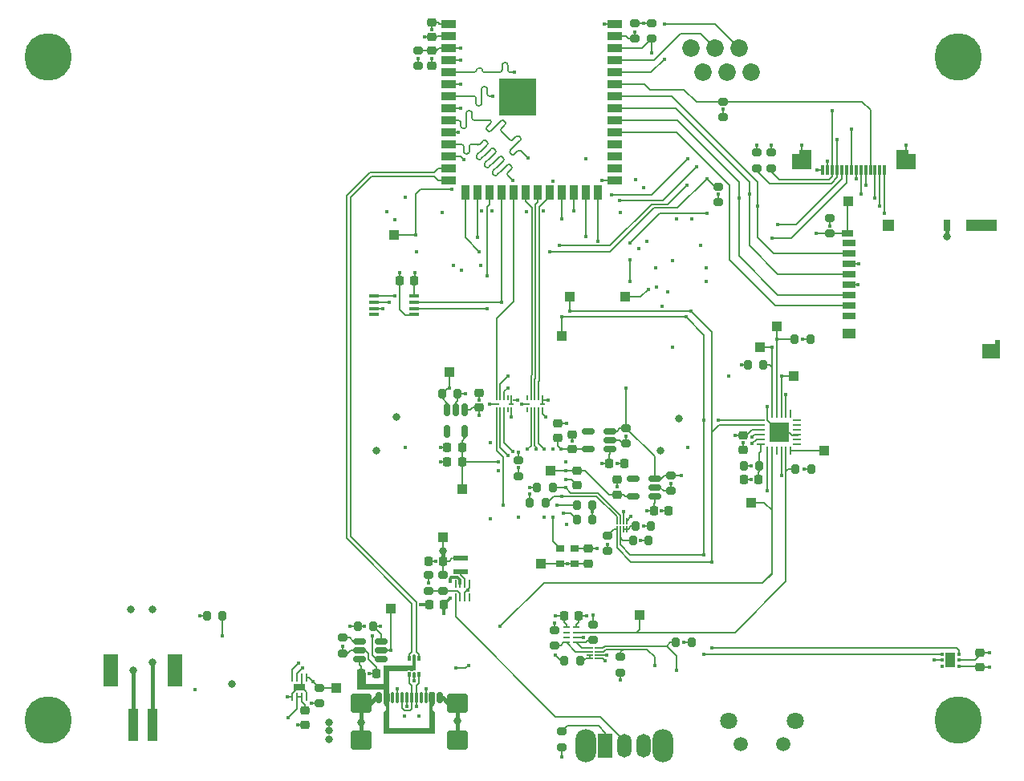
<source format=gbr>
%TF.GenerationSoftware,KiCad,Pcbnew,9.0.6+1*%
%TF.CreationDate,2026-01-21T18:48:11+00:00*%
%TF.ProjectId,Mainboard,4d61696e-626f-4617-9264-2e6b69636164,1.0.1*%
%TF.SameCoordinates,Original*%
%TF.FileFunction,Copper,L1,Top*%
%TF.FilePolarity,Positive*%
%FSLAX46Y46*%
G04 Gerber Fmt 4.6, Leading zero omitted, Abs format (unit mm)*
G04 Created by KiCad (PCBNEW 9.0.6+1) date 2026-01-21 18:48:11*
%MOMM*%
%LPD*%
G01*
G04 APERTURE LIST*
G04 Aperture macros list*
%AMRoundRect*
0 Rectangle with rounded corners*
0 $1 Rounding radius*
0 $2 $3 $4 $5 $6 $7 $8 $9 X,Y pos of 4 corners*
0 Add a 4 corners polygon primitive as box body*
4,1,4,$2,$3,$4,$5,$6,$7,$8,$9,$2,$3,0*
0 Add four circle primitives for the rounded corners*
1,1,$1+$1,$2,$3*
1,1,$1+$1,$4,$5*
1,1,$1+$1,$6,$7*
1,1,$1+$1,$8,$9*
0 Add four rect primitives between the rounded corners*
20,1,$1+$1,$2,$3,$4,$5,0*
20,1,$1+$1,$4,$5,$6,$7,0*
20,1,$1+$1,$6,$7,$8,$9,0*
20,1,$1+$1,$8,$9,$2,$3,0*%
%AMRotRect*
0 Rectangle, with rotation*
0 The origin of the aperture is its center*
0 $1 length*
0 $2 width*
0 $3 Rotation angle, in degrees counterclockwise*
0 Add horizontal line*
21,1,$1,$2,0,0,$3*%
%AMFreePoly0*
4,1,7,1.050000,-0.975000,-0.250000,-0.975000,-0.250000,-0.625000,-1.050000,-0.625000,-1.050000,0.975000,1.050000,0.975000,1.050000,-0.975000,1.050000,-0.975000,$1*%
%AMFreePoly1*
4,1,7,1.050000,-0.625000,0.250000,-0.625000,0.250000,-0.975000,-1.050000,-0.975000,-1.050000,0.975000,1.050000,0.975000,1.050000,-0.625000,1.050000,-0.625000,$1*%
G04 Aperture macros list end*
%TA.AperFunction,SMDPad,CuDef*%
%ADD10R,1.000000X1.000000*%
%TD*%
%TA.AperFunction,SMDPad,CuDef*%
%ADD11RoundRect,0.225000X0.250000X-0.225000X0.250000X0.225000X-0.250000X0.225000X-0.250000X-0.225000X0*%
%TD*%
%TA.AperFunction,SMDPad,CuDef*%
%ADD12R,1.100000X0.400000*%
%TD*%
%TA.AperFunction,SMDPad,CuDef*%
%ADD13RoundRect,0.225000X0.225000X0.250000X-0.225000X0.250000X-0.225000X-0.250000X0.225000X-0.250000X0*%
%TD*%
%TA.AperFunction,SMDPad,CuDef*%
%ADD14RoundRect,0.200000X-0.200000X-0.275000X0.200000X-0.275000X0.200000X0.275000X-0.200000X0.275000X0*%
%TD*%
%TA.AperFunction,SMDPad,CuDef*%
%ADD15RoundRect,0.200000X0.275000X-0.200000X0.275000X0.200000X-0.275000X0.200000X-0.275000X-0.200000X0*%
%TD*%
%TA.AperFunction,SMDPad,CuDef*%
%ADD16RoundRect,0.225000X-0.250000X0.225000X-0.250000X-0.225000X0.250000X-0.225000X0.250000X0.225000X0*%
%TD*%
%TA.AperFunction,SMDPad,CuDef*%
%ADD17RoundRect,0.200000X-0.275000X0.200000X-0.275000X-0.200000X0.275000X-0.200000X0.275000X0.200000X0*%
%TD*%
%TA.AperFunction,SMDPad,CuDef*%
%ADD18R,0.850000X0.650000*%
%TD*%
%TA.AperFunction,SMDPad,CuDef*%
%ADD19RoundRect,0.075000X0.075000X0.475000X-0.075000X0.475000X-0.075000X-0.475000X0.075000X-0.475000X0*%
%TD*%
%TA.AperFunction,SMDPad,CuDef*%
%ADD20FreePoly0,180.000000*%
%TD*%
%TA.AperFunction,SMDPad,CuDef*%
%ADD21FreePoly1,180.000000*%
%TD*%
%TA.AperFunction,SMDPad,CuDef*%
%ADD22RoundRect,0.150000X0.512500X0.150000X-0.512500X0.150000X-0.512500X-0.150000X0.512500X-0.150000X0*%
%TD*%
%TA.AperFunction,SMDPad,CuDef*%
%ADD23R,0.650000X0.170000*%
%TD*%
%TA.AperFunction,SMDPad,CuDef*%
%ADD24RoundRect,0.200000X0.200000X0.275000X-0.200000X0.275000X-0.200000X-0.275000X0.200000X-0.275000X0*%
%TD*%
%TA.AperFunction,SMDPad,CuDef*%
%ADD25RoundRect,0.093750X-0.093750X-0.106250X0.093750X-0.106250X0.093750X0.106250X-0.093750X0.106250X0*%
%TD*%
%TA.AperFunction,HeatsinkPad*%
%ADD26R,1.000000X1.600000*%
%TD*%
%TA.AperFunction,ComponentPad*%
%ADD27C,0.800000*%
%TD*%
%TA.AperFunction,ComponentPad*%
%ADD28C,5.000000*%
%TD*%
%TA.AperFunction,SMDPad,CuDef*%
%ADD29R,0.170000X0.650000*%
%TD*%
%TA.AperFunction,SMDPad,CuDef*%
%ADD30RoundRect,0.062500X0.062500X-0.325000X0.062500X0.325000X-0.062500X0.325000X-0.062500X-0.325000X0*%
%TD*%
%TA.AperFunction,HeatsinkPad*%
%ADD31R,1.200000X0.800000*%
%TD*%
%TA.AperFunction,SMDPad,CuDef*%
%ADD32RoundRect,0.225000X-0.225000X-0.250000X0.225000X-0.250000X0.225000X0.250000X-0.225000X0.250000X0*%
%TD*%
%TA.AperFunction,SMDPad,CuDef*%
%ADD33RoundRect,0.093750X0.093750X-0.156250X0.093750X0.156250X-0.093750X0.156250X-0.093750X-0.156250X0*%
%TD*%
%TA.AperFunction,SMDPad,CuDef*%
%ADD34RoundRect,0.075000X0.075000X-0.250000X0.075000X0.250000X-0.075000X0.250000X-0.075000X-0.250000X0*%
%TD*%
%TA.AperFunction,SMDPad,CuDef*%
%ADD35R,0.700000X0.270000*%
%TD*%
%TA.AperFunction,SMDPad,CuDef*%
%ADD36RoundRect,0.062500X0.062500X-0.337500X0.062500X0.337500X-0.062500X0.337500X-0.062500X-0.337500X0*%
%TD*%
%TA.AperFunction,SMDPad,CuDef*%
%ADD37R,0.200000X0.600000*%
%TD*%
%TA.AperFunction,SMDPad,CuDef*%
%ADD38R,0.250000X0.150000*%
%TD*%
%TA.AperFunction,SMDPad,CuDef*%
%ADD39R,0.600000X0.200000*%
%TD*%
%TA.AperFunction,ComponentPad*%
%ADD40C,1.500000*%
%TD*%
%TA.AperFunction,ComponentPad*%
%ADD41C,1.800000*%
%TD*%
%TA.AperFunction,SMDPad,CuDef*%
%ADD42RoundRect,0.062500X0.062500X-0.375000X0.062500X0.375000X-0.062500X0.375000X-0.062500X-0.375000X0*%
%TD*%
%TA.AperFunction,SMDPad,CuDef*%
%ADD43RoundRect,0.062500X0.375000X-0.062500X0.375000X0.062500X-0.375000X0.062500X-0.375000X-0.062500X0*%
%TD*%
%TA.AperFunction,HeatsinkPad*%
%ADD44R,2.100000X2.100000*%
%TD*%
%TA.AperFunction,SMDPad,CuDef*%
%ADD45R,1.500000X0.900000*%
%TD*%
%TA.AperFunction,SMDPad,CuDef*%
%ADD46R,0.900000X1.500000*%
%TD*%
%TA.AperFunction,HeatsinkPad*%
%ADD47R,3.900000X3.900000*%
%TD*%
%TA.AperFunction,SMDPad,CuDef*%
%ADD48RoundRect,0.137500X0.662500X-0.137500X0.662500X0.137500X-0.662500X0.137500X-0.662500X-0.137500X0*%
%TD*%
%TA.AperFunction,SMDPad,CuDef*%
%ADD49RoundRect,0.150000X-0.150000X0.512500X-0.150000X-0.512500X0.150000X-0.512500X0.150000X0.512500X0*%
%TD*%
%TA.AperFunction,ComponentPad*%
%ADD50O,2.200000X3.500000*%
%TD*%
%TA.AperFunction,ComponentPad*%
%ADD51R,1.500000X2.500000*%
%TD*%
%TA.AperFunction,ComponentPad*%
%ADD52O,1.500000X2.500000*%
%TD*%
%TA.AperFunction,SMDPad,CuDef*%
%ADD53R,1.000000X3.500000*%
%TD*%
%TA.AperFunction,SMDPad,CuDef*%
%ADD54R,1.500000X3.400000*%
%TD*%
%TA.AperFunction,SMDPad,CuDef*%
%ADD55R,1.400000X0.700000*%
%TD*%
%TA.AperFunction,SMDPad,CuDef*%
%ADD56R,1.200000X0.700000*%
%TD*%
%TA.AperFunction,SMDPad,CuDef*%
%ADD57R,0.800000X1.200000*%
%TD*%
%TA.AperFunction,SMDPad,CuDef*%
%ADD58R,1.900000X1.500000*%
%TD*%
%TA.AperFunction,SMDPad,CuDef*%
%ADD59RotRect,0.200000X0.200000X135.000000*%
%TD*%
%TA.AperFunction,SMDPad,CuDef*%
%ADD60R,0.500000X0.500000*%
%TD*%
%TA.AperFunction,SMDPad,CuDef*%
%ADD61R,1.400000X1.000000*%
%TD*%
%TA.AperFunction,SMDPad,CuDef*%
%ADD62R,1.200000X1.200000*%
%TD*%
%TA.AperFunction,SMDPad,CuDef*%
%ADD63R,3.200000X1.200000*%
%TD*%
%TA.AperFunction,SMDPad,CuDef*%
%ADD64RoundRect,0.150000X-0.150000X-0.425000X0.150000X-0.425000X0.150000X0.425000X-0.150000X0.425000X0*%
%TD*%
%TA.AperFunction,SMDPad,CuDef*%
%ADD65RoundRect,0.075000X-0.075000X-0.500000X0.075000X-0.500000X0.075000X0.500000X-0.075000X0.500000X0*%
%TD*%
%TA.AperFunction,SMDPad,CuDef*%
%ADD66RoundRect,0.250000X-0.840000X-0.750000X0.840000X-0.750000X0.840000X0.750000X-0.840000X0.750000X0*%
%TD*%
%TA.AperFunction,ComponentPad*%
%ADD67C,1.850000*%
%TD*%
%TA.AperFunction,ViaPad*%
%ADD68C,0.450000*%
%TD*%
%TA.AperFunction,ViaPad*%
%ADD69C,0.800000*%
%TD*%
%TA.AperFunction,Conductor*%
%ADD70C,0.200000*%
%TD*%
%TA.AperFunction,Conductor*%
%ADD71C,0.400000*%
%TD*%
%TA.AperFunction,Conductor*%
%ADD72C,0.300000*%
%TD*%
G04 APERTURE END LIST*
D10*
%TO.P,TP701,1,1*%
%TO.N,Net-(IC702-OUT)*%
X201200000Y-181200000D03*
%TD*%
D11*
%TO.P,C811,1*%
%TO.N,Lepton-2V8*%
X225000000Y-169150000D03*
%TO.P,C811,2*%
%TO.N,GND*%
X225000000Y-167600000D03*
%TD*%
D12*
%TO.P,IC1104,1,LED0*%
%TO.N,/Project Architecture/Peripherals/LED-Flash_{2}*%
X199350000Y-148225000D03*
%TO.P,IC1104,2,LED1*%
%TO.N,/Project Architecture/Peripherals/LED-Flash_{1}*%
X199350000Y-148875000D03*
%TO.P,IC1104,3,LED2*%
%TO.N,/Project Architecture/Display/Display-Backlight*%
X199350000Y-149525000D03*
%TO.P,IC1104,4,LED3*%
%TO.N,unconnected-(IC1104-LED3-Pad4)*%
X199350000Y-150175000D03*
%TO.P,IC1104,5,GND*%
%TO.N,GND*%
X203650000Y-150175000D03*
%TO.P,IC1104,6,SCL*%
%TO.N,/Project Architecture/Battery/I2C-SCL*%
X203650000Y-149525000D03*
%TO.P,IC1104,7,SDA*%
%TO.N,/Project Architecture/Battery/I2C-SDA*%
X203650000Y-148875000D03*
%TO.P,IC1104,8,VDD*%
%TO.N,+3V3*%
X203650000Y-148225000D03*
%TD*%
D13*
%TO.P,C806,1*%
%TO.N,+3V3*%
X206700000Y-176225000D03*
%TO.P,C806,2*%
%TO.N,GND*%
X205150000Y-176225000D03*
%TD*%
D10*
%TO.P,TP802,1,1*%
%TO.N,Camera-1V5*%
X201500000Y-141737501D03*
%TD*%
D14*
%TO.P,R1202,1*%
%TO.N,GND*%
X238825000Y-155500000D03*
%TO.P,R1202,2*%
%TO.N,/Project Architecture/Camera/Camera-PWR*%
X240475000Y-155500000D03*
%TD*%
D15*
%TO.P,R1402,1*%
%TO.N,/Project Architecture/Display/~{Touch-Reset}*%
X241300000Y-134700000D03*
%TO.P,R1402,2*%
%TO.N,+3V3*%
X241300000Y-133050000D03*
%TD*%
D16*
%TO.P,C901,1*%
%TO.N,/Project Architecture/MCU/ESP-Enable*%
X205500000Y-122325000D03*
%TO.P,C901,2*%
%TO.N,GND*%
X205500000Y-123875000D03*
%TD*%
D17*
%TO.P,R805,1*%
%TO.N,/Project Architecture/Lepton/~{Lepton-PWR}*%
X226000000Y-162150000D03*
%TO.P,R805,2*%
%TO.N,GND*%
X226000000Y-163800000D03*
%TD*%
D18*
%TO.P,Y1001,1,Tri-State*%
%TO.N,Lepton-3V0*%
X220575000Y-176500000D03*
%TO.P,Y1001,2,GND*%
%TO.N,GND*%
X220575000Y-174850000D03*
%TO.P,Y1001,3,OUT*%
%TO.N,Net-(X1001-Pin_26)*%
X219025000Y-174850000D03*
%TO.P,Y1001,4,VDD*%
%TO.N,Lepton-3V0*%
X219025000Y-176500000D03*
%TD*%
D19*
%TO.P,X1401,1,Pin_1*%
%TO.N,/Project Architecture/Display/Display-Backlight*%
X253250000Y-134900000D03*
%TO.P,X1401,2,Pin_2*%
%TO.N,/Project Architecture/Display/SPI-MISO*%
X252750000Y-134900000D03*
%TO.P,X1401,3,Pin_3*%
%TO.N,/Project Architecture/Display/SPI-MOSI*%
X252250000Y-134900000D03*
%TO.P,X1401,4,Pin_4*%
%TO.N,/Project Architecture/Display/~{Display-CS}*%
X251750000Y-134900000D03*
%TO.P,X1401,5,Pin_5*%
%TO.N,/Project Architecture/Display/Display-DC*%
X251250000Y-134900000D03*
%TO.P,X1401,6,Pin_6*%
%TO.N,/Project Architecture/Display/SPI-SCLK*%
X250750000Y-134900000D03*
%TO.P,X1401,7,Pin_7*%
%TO.N,/Project Architecture/Display/~{Display-Reset}*%
X250250000Y-134900000D03*
%TO.P,X1401,8,Pin_8*%
%TO.N,/Project Architecture/Display/~{Display-Expander-Int}*%
X249750000Y-134900000D03*
%TO.P,X1401,9,Pin_9*%
%TO.N,/Project Architecture/Battery/I2C-SCL*%
X249250000Y-134900000D03*
%TO.P,X1401,10,Pin_10*%
%TO.N,/Project Architecture/Battery/I2C-SDA*%
X248750000Y-134900000D03*
%TO.P,X1401,11,Pin_11*%
%TO.N,/Project Architecture/Display/~{Touch-IRQ}*%
X248250000Y-134900000D03*
%TO.P,X1401,12,Pin_12*%
%TO.N,/Project Architecture/Display/~{Touch-Reset}*%
X247750000Y-134900000D03*
%TO.P,X1401,13,Pin_13*%
%TO.N,GND*%
X247250000Y-134900000D03*
%TO.P,X1401,14,Pin_14*%
%TO.N,+3V3*%
X246750000Y-134900000D03*
D20*
%TO.P,X1401,MP,MountPin*%
%TO.N,GND*%
X255500000Y-133775000D03*
D21*
X244500000Y-133775000D03*
%TD*%
D10*
%TO.P,TP806,1,1*%
%TO.N,Lepton-1V2*%
X208675000Y-168600000D03*
%TD*%
%TO.P,TP801,1,1*%
%TO.N,Camera-2V8*%
X225900000Y-148300000D03*
%TD*%
D13*
%TO.P,C1101,1*%
%TO.N,Net-(IC1101-~{RESET})*%
X239975000Y-167600000D03*
%TO.P,C1101,2*%
%TO.N,GND*%
X238425000Y-167600000D03*
%TD*%
D22*
%TO.P,IC804,1,IN*%
%TO.N,+3V3*%
X224275000Y-164375000D03*
%TO.P,IC804,2,GND*%
%TO.N,GND*%
X224275000Y-163425000D03*
%TO.P,IC804,3,EN*%
%TO.N,/Project Architecture/Lepton/~{Lepton-PWR}*%
X224275000Y-162475000D03*
%TO.P,IC804,4,NC*%
%TO.N,unconnected-(IC804-NC-Pad4)*%
X222000000Y-162475000D03*
%TO.P,IC804,5,OUT*%
%TO.N,Lepton-3V0*%
X222000000Y-164375000D03*
%TD*%
D23*
%TO.P,IC1103,1,GND*%
%TO.N,GND*%
X223024999Y-186450000D03*
%TO.P,IC1103,2,VCC_{1}*%
%TO.N,+3V3*%
X223025000Y-186100000D03*
%TO.P,IC1103,3,SCL_{1}*%
%TO.N,/Project Architecture/Battery/I2C-SCL*%
X223025000Y-185750000D03*
%TO.P,IC1103,4,SDA_{1}*%
%TO.N,/Project Architecture/Battery/I2C-SDA*%
X223024999Y-185400000D03*
%TO.P,IC1103,5,SDA_{2}*%
%TO.N,Net-(IC1103-SDA_{2})*%
X222175001Y-185400000D03*
%TO.P,IC1103,6,SCL_{2}*%
%TO.N,Net-(IC1103-SCL_{2})*%
X222175000Y-185750000D03*
%TO.P,IC1103,7,VCC_{2}*%
%TO.N,Net-(IC1103-EN)*%
X222175000Y-186100000D03*
%TO.P,IC1103,8,EN*%
X222175001Y-186450000D03*
%TD*%
D15*
%TO.P,R1110,1*%
%TO.N,Net-(IC1103-SCL_{2})*%
X218400000Y-185125000D03*
%TO.P,R1110,2*%
%TO.N,+BATT*%
X218400000Y-183475000D03*
%TD*%
D10*
%TO.P,TP1101,1,1*%
%TO.N,/Project Architecture/Battery/I2C-SDA*%
X220000000Y-148300000D03*
%TD*%
D11*
%TO.P,C1003,1*%
%TO.N,Lepton-3V0*%
X222000000Y-176450000D03*
%TO.P,C1003,2*%
%TO.N,GND*%
X222000000Y-174900000D03*
%TD*%
D24*
%TO.P,R1006,1*%
%TO.N,+3V3*%
X228625000Y-172500000D03*
%TO.P,R1006,2*%
%TO.N,Net-(IC1002-EN)*%
X226975000Y-172500000D03*
%TD*%
D17*
%TO.P,R902,1*%
%TO.N,/Project Architecture/Battery/I2C-SDA*%
X224000000Y-173475000D03*
%TO.P,R902,2*%
%TO.N,+3V3*%
X224000000Y-175125000D03*
%TD*%
D24*
%TO.P,R704,1*%
%TO.N,/Project Architecture/Battery/Battery-Charge*%
X199330000Y-183100000D03*
%TO.P,R704,2*%
%TO.N,+3V3*%
X197680000Y-183100000D03*
%TD*%
D25*
%TO.P,IC1102,1,SCL*%
%TO.N,/Project Architecture/Battery/I2C-SCL*%
X259300000Y-186000000D03*
%TO.P,IC1102,2,GND*%
%TO.N,GND*%
X259300000Y-186650000D03*
%TO.P,IC1102,3,ALERT*%
%TO.N,unconnected-(IC1102-ALERT-Pad3)*%
X259300000Y-187300000D03*
%TO.P,IC1102,4,ADD0*%
%TO.N,GND*%
X261075000Y-187300000D03*
%TO.P,IC1102,5,V+*%
%TO.N,+3V3*%
X261075000Y-186650000D03*
%TO.P,IC1102,6,SDA*%
%TO.N,/Project Architecture/Battery/I2C-SDA*%
X261075000Y-186000000D03*
D26*
%TO.P,IC1102,7*%
%TO.N,N/C*%
X260187500Y-186650000D03*
%TD*%
D14*
%TO.P,R1203,1*%
%TO.N,/Project Architecture/Camera/~{Camera-Reset}*%
X243775000Y-152800000D03*
%TO.P,R1203,2*%
%TO.N,+3V3*%
X245425000Y-152800000D03*
%TD*%
D16*
%TO.P,C1103,1*%
%TO.N,+3V3*%
X263300000Y-185875000D03*
%TO.P,C1103,2*%
%TO.N,GND*%
X263300000Y-187425000D03*
%TD*%
D24*
%TO.P,R1003,1*%
%TO.N,Lepton-3V0*%
X222425000Y-171800000D03*
%TO.P,R1003,2*%
%TO.N,/Project Architecture/Lepton/~{Lepton-Reset}_{LV}*%
X220775000Y-171800000D03*
%TD*%
D10*
%TO.P,TP1109,1,1*%
%TO.N,/Project Architecture/Battery/Battery-Charge*%
X239200000Y-170000000D03*
%TD*%
D15*
%TO.P,R1403,1*%
%TO.N,/Project Architecture/Display/~{Touch-IRQ}*%
X239800000Y-134700000D03*
%TO.P,R1403,2*%
%TO.N,+3V3*%
X239800000Y-133050000D03*
%TD*%
D27*
%TO.P,REF\u002A\u002A,1*%
%TO.N,N/C*%
X259125000Y-123000000D03*
X259674175Y-121674175D03*
X259674175Y-124325825D03*
X261000000Y-121125000D03*
D28*
X261000000Y-123000000D03*
D27*
X261000000Y-124875000D03*
X262325825Y-121674175D03*
X262325825Y-124325825D03*
X262875000Y-123000000D03*
%TD*%
D11*
%TO.P,C810,1*%
%TO.N,Lepton-3V0*%
X220300000Y-164350000D03*
%TO.P,C810,2*%
%TO.N,GND*%
X220300000Y-162800000D03*
%TD*%
D24*
%TO.P,R1001,1*%
%TO.N,Lepton-3V0*%
X222425000Y-170250000D03*
%TO.P,R1001,2*%
%TO.N,/Project Architecture/Lepton/~{Lepton-PWR}_{LV}*%
X220775000Y-170250000D03*
%TD*%
D14*
%TO.P,R1112,1*%
%TO.N,/Project Architecture/Peripherals/~{RTC-INT}*%
X243870000Y-166500000D03*
%TO.P,R1112,2*%
%TO.N,+3V3*%
X245520000Y-166500000D03*
%TD*%
%TO.P,R901,1*%
%TO.N,/Project Architecture/Battery/I2C-SCL*%
X226700000Y-174000000D03*
%TO.P,R901,2*%
%TO.N,+3V3*%
X228350000Y-174000000D03*
%TD*%
D29*
%TO.P,IC1002,1,GND*%
%TO.N,GND*%
X226050000Y-171950002D03*
%TO.P,IC1002,2,VCC_{1}*%
%TO.N,Lepton-3V0*%
X225700000Y-171950001D03*
%TO.P,IC1002,3,SCL_{1}*%
%TO.N,/Project Architecture/Lepton/SCL_{LV}*%
X225350000Y-171950001D03*
%TO.P,IC1002,4,SDA_{1}*%
%TO.N,/Project Architecture/Lepton/SDA_{LV}*%
X225000000Y-171950002D03*
%TO.P,IC1002,5,SDA_{2}*%
%TO.N,/Project Architecture/Battery/I2C-SDA*%
X225000000Y-172800000D03*
%TO.P,IC1002,6,SCL_{2}*%
%TO.N,/Project Architecture/Battery/I2C-SCL*%
X225350000Y-172800001D03*
%TO.P,IC1002,7,VCC_{2}*%
%TO.N,Net-(IC1002-EN)*%
X225700000Y-172800001D03*
%TO.P,IC1002,8,EN*%
X226050000Y-172800000D03*
%TD*%
D10*
%TO.P,TP1106,1,1*%
%TO.N,/Project Architecture/Lepton/~{Lepton-Reset}*%
X243700000Y-156700000D03*
%TD*%
%TO.P,TP804,1,1*%
%TO.N,Lepton-3V0*%
X217000000Y-176500000D03*
%TD*%
D24*
%TO.P,R1004,1*%
%TO.N,/Project Architecture/Lepton/SCL_{LV}*%
X218225000Y-168450000D03*
%TO.P,R1004,2*%
%TO.N,Lepton-3V0*%
X216575000Y-168450000D03*
%TD*%
D15*
%TO.P,R1111,1*%
%TO.N,Net-(IC1103-SDA_{2})*%
X222500000Y-184525000D03*
%TO.P,R1111,2*%
%TO.N,+BATT*%
X222500000Y-182875000D03*
%TD*%
D17*
%TO.P,R806,1*%
%TO.N,/Project Architecture/Lepton/~{Lepton-PWR}*%
X230700000Y-167150000D03*
%TO.P,R806,2*%
%TO.N,GND*%
X230700000Y-168800000D03*
%TD*%
D30*
%TO.P,IC703,1,CTG*%
%TO.N,GND*%
X190750000Y-190487500D03*
%TO.P,IC703,2,CELL*%
%TO.N,Net-(IC703-CELL)*%
X191250000Y-190487500D03*
%TO.P,IC703,3,VDD*%
X191750000Y-190487500D03*
%TO.P,IC703,4,GND*%
%TO.N,GND*%
X192250000Y-190487500D03*
%TO.P,IC703,5,~{ALERT}*%
%TO.N,/Project Architecture/Battery/~{Battery-Alert}*%
X192250000Y-188512500D03*
%TO.P,IC703,6,QSTRT*%
%TO.N,GND*%
X191750000Y-188512500D03*
%TO.P,IC703,7,SCL*%
%TO.N,/Project Architecture/Battery/I2C-SCL*%
X191250000Y-188512500D03*
%TO.P,IC703,8,SDA*%
%TO.N,/Project Architecture/Battery/I2C-SDA*%
X190750000Y-188512500D03*
D31*
%TO.P,IC703,9,EP*%
%TO.N,GND*%
X191500000Y-189500000D03*
%TD*%
D10*
%TO.P,TP803,1,1*%
%TO.N,+3V3*%
X206700000Y-173700000D03*
%TD*%
%TO.P,TP805,1,1*%
%TO.N,Lepton-2V8*%
X218000000Y-166650000D03*
%TD*%
D32*
%TO.P,C808,1*%
%TO.N,+3V3*%
X228925000Y-170875000D03*
%TO.P,C808,2*%
%TO.N,GND*%
X230475000Y-170875000D03*
%TD*%
D33*
%TO.P,IC701,1,I/O1*%
%TO.N,Net-(IC701-I{slash}O1-Pad1)*%
X203067500Y-188150000D03*
D34*
%TO.P,IC701,2,GND*%
%TO.N,GND*%
X203605000Y-188225000D03*
D33*
%TO.P,IC701,3,I/O2*%
%TO.N,Net-(IC701-I{slash}O2-Pad3)*%
X204142500Y-188150000D03*
%TO.P,IC701,4,I/O2*%
%TO.N,/Project Architecture/Battery/USB-D+*%
X204142500Y-186450000D03*
D34*
%TO.P,IC701,5,VBUS*%
%TO.N,Net-(IC701-VBUS)*%
X203605000Y-186375000D03*
D33*
%TO.P,IC701,6,I/O1*%
%TO.N,/Project Architecture/Battery/USB-D-*%
X203067500Y-186450000D03*
%TD*%
D10*
%TO.P,TP1102,1,1*%
%TO.N,/Project Architecture/Battery/I2C-SCL*%
X219200000Y-152400000D03*
%TD*%
D24*
%TO.P,R1005,1*%
%TO.N,/Project Architecture/Lepton/SDA_{LV}*%
X217475000Y-170000000D03*
%TO.P,R1005,2*%
%TO.N,Lepton-3V0*%
X215825000Y-170000000D03*
%TD*%
D32*
%TO.P,C701,1*%
%TO.N,Net-(IC701-VBUS)*%
X198055000Y-188100000D03*
%TO.P,C701,2*%
%TO.N,GND*%
X199605000Y-188100000D03*
%TD*%
D14*
%TO.P,R807,1*%
%TO.N,/Project Architecture/Lepton/~{Lepton-PWR}*%
X206550000Y-158500000D03*
%TO.P,R807,2*%
%TO.N,GND*%
X208200000Y-158500000D03*
%TD*%
D15*
%TO.P,R1301,1*%
%TO.N,/Project Architecture/Peripherals/~{SD-CD}*%
X247500000Y-141625000D03*
%TO.P,R1301,2*%
%TO.N,+3V3*%
X247500000Y-139975000D03*
%TD*%
D14*
%TO.P,R1108,1*%
%TO.N,/Project Architecture/Battery/I2C-SDA*%
X231250000Y-184800000D03*
%TO.P,R1108,2*%
%TO.N,+3V3*%
X232900000Y-184800000D03*
%TD*%
D35*
%TO.P,IC1105,1,SDA*%
%TO.N,Net-(IC1103-SDA_{2})*%
X220700000Y-184810000D03*
%TO.P,IC1105,2,CLKOE*%
%TO.N,GND*%
X220700000Y-184270000D03*
%TO.P,IC1105,3,~{INT}*%
%TO.N,/Project Architecture/Peripherals/~{RTC-INT}*%
X220700000Y-183730000D03*
%TO.P,IC1105,4,GND*%
%TO.N,GND*%
X220700000Y-183190000D03*
%TO.P,IC1105,5,V_{DD}*%
%TO.N,+BATT*%
X219700000Y-183190000D03*
%TO.P,IC1105,6,NC*%
%TO.N,unconnected-(IC1105-NC-Pad6)*%
X219700000Y-183730000D03*
%TO.P,IC1105,7,CLKOUT*%
%TO.N,unconnected-(IC1105-CLKOUT-Pad7)*%
X219700000Y-184270000D03*
%TO.P,IC1105,8,SCL*%
%TO.N,Net-(IC1103-SCL_{2})*%
X219700000Y-184810000D03*
%TD*%
D36*
%TO.P,IC801,1,EN*%
%TO.N,Net-(IC801-EN)*%
X207979999Y-180025000D03*
%TO.P,IC801,2,FB*%
%TO.N,Net-(IC801-FB)*%
X208480000Y-180025000D03*
%TO.P,IC801,3,AGND*%
%TO.N,GND*%
X208980000Y-180025000D03*
%TO.P,IC801,4,NC*%
%TO.N,unconnected-(IC801-NC-Pad4)*%
X209480001Y-180025000D03*
%TO.P,IC801,5,PGND*%
%TO.N,GND*%
X209480001Y-178575000D03*
%TO.P,IC801,6,SW*%
%TO.N,Net-(IC801-SW)*%
X208980000Y-178575000D03*
%TO.P,IC801,7,VIN*%
%TO.N,+BATT*%
X208480000Y-178575000D03*
%TO.P,IC801,8,PG*%
%TO.N,unconnected-(IC801-PG-Pad8)*%
X207979999Y-178575000D03*
%TD*%
D17*
%TO.P,R1401,1*%
%TO.N,/Project Architecture/Display/~{Display-CS}*%
X236200000Y-127675000D03*
%TO.P,R1401,2*%
%TO.N,+3V3*%
X236200000Y-129325000D03*
%TD*%
%TO.P,R903,1*%
%TO.N,/Project Architecture/MCU/ESP-Enable*%
X204000000Y-122275000D03*
%TO.P,R903,2*%
%TO.N,+3V3*%
X204000000Y-123925000D03*
%TD*%
D11*
%TO.P,C902,1*%
%TO.N,+3V3*%
X205500000Y-120875000D03*
%TO.P,C902,2*%
%TO.N,GND*%
X205500000Y-119325000D03*
%TD*%
D13*
%TO.P,C1104,1*%
%TO.N,+3V3*%
X203650000Y-146600000D03*
%TO.P,C1104,2*%
%TO.N,GND*%
X202100000Y-146600000D03*
%TD*%
D17*
%TO.P,R1107,1*%
%TO.N,/Project Architecture/Battery/I2C-SCL*%
X225400000Y-186300000D03*
%TO.P,R1107,2*%
%TO.N,+3V3*%
X225400000Y-187950000D03*
%TD*%
D37*
%TO.P,IC1001,1,VCCA*%
%TO.N,+3V3*%
X213900001Y-158950000D03*
D38*
X214075001Y-159175000D03*
D37*
%TO.P,IC1001,2,A1*%
%TO.N,unconnected-(IC1001-A1-Pad2)*%
X213500001Y-158950000D03*
%TO.P,IC1001,3,A2*%
%TO.N,/Project Architecture/Lepton/~{Lepton-PWR}*%
X213100001Y-158950000D03*
%TO.P,IC1001,4,A3*%
%TO.N,/Project Architecture/Lepton/~{Lepton-Reset}*%
X212700001Y-158950000D03*
%TO.P,IC1001,5,A4*%
%TO.N,/Project Architecture/Lepton/Lepton-VSync*%
X212300001Y-158950000D03*
D39*
%TO.P,IC1001,6,GND*%
%TO.N,GND*%
X212300001Y-159600000D03*
D37*
%TO.P,IC1001,7,B4*%
%TO.N,/Project Architecture/Lepton/Lepton-VSync_{LV}*%
X212300001Y-160250000D03*
%TO.P,IC1001,8,B3*%
%TO.N,/Project Architecture/Lepton/~{Lepton-Reset}_{LV}*%
X212700001Y-160250000D03*
%TO.P,IC1001,9,B2*%
%TO.N,/Project Architecture/Lepton/~{Lepton-PWR}_{LV}*%
X213100001Y-160250000D03*
%TO.P,IC1001,10,B1*%
%TO.N,unconnected-(IC1001-B1-Pad10)*%
X213500001Y-160250000D03*
%TO.P,IC1001,11,VCCB*%
%TO.N,Lepton-3V0*%
X213900001Y-160250000D03*
D39*
%TO.P,IC1001,12,OE*%
%TO.N,+3V3*%
X213900001Y-159600000D03*
%TD*%
D15*
%TO.P,R1102,1*%
%TO.N,/Project Architecture/MCU/~{Expander-Int}*%
X226900000Y-121025000D03*
%TO.P,R1102,2*%
%TO.N,+3V3*%
X226900000Y-119375000D03*
%TD*%
D17*
%TO.P,R1002,1*%
%TO.N,Net-(X1001-Pin_11)*%
X214650000Y-165575000D03*
%TO.P,R1002,2*%
%TO.N,GND*%
X214650000Y-167225000D03*
%TD*%
D40*
%TO.P,SW901,1,1*%
%TO.N,/Project Architecture/MCU/ESP-Enable*%
X242550000Y-195550000D03*
%TO.P,SW901,2,2*%
%TO.N,GND*%
X238050000Y-195550000D03*
D41*
%TO.P,SW901,SH,B*%
X236800000Y-193050000D03*
X243800000Y-193050000D03*
%TD*%
D15*
%TO.P,R1404,1*%
%TO.N,/Project Architecture/Display/~{Display-Expander-Int}*%
X228700000Y-121025000D03*
%TO.P,R1404,2*%
%TO.N,+3V3*%
X228700000Y-119375000D03*
%TD*%
D42*
%TO.P,IC1101,1,P0_0*%
%TO.N,/Project Architecture/Battery/~{Battery-Alert}*%
X240850000Y-164537500D03*
%TO.P,IC1101,2,P0_1*%
%TO.N,/Project Architecture/Battery/Battery-Charge*%
X241350000Y-164537499D03*
%TO.P,IC1101,3,P0_2*%
%TO.N,unconnected-(IC1101-P0_2-Pad3)*%
X241850000Y-164537500D03*
%TO.P,IC1101,4,P0_3*%
%TO.N,/Project Architecture/Lepton/~{Lepton-PWR}*%
X242350000Y-164537500D03*
%TO.P,IC1101,5,P0_4*%
%TO.N,/Project Architecture/Peripherals/~{RTC-INT}*%
X242850000Y-164537499D03*
%TO.P,IC1101,6,P0_5*%
%TO.N,/Project Architecture/Peripherals/LED-Flash*%
X243350000Y-164537500D03*
D43*
%TO.P,IC1101,7,P0_6*%
%TO.N,unconnected-(IC1101-P0_6-Pad7)*%
X244037500Y-163850000D03*
%TO.P,IC1101,8,P0_7*%
%TO.N,unconnected-(IC1101-P0_7-Pad8)*%
X244037499Y-163350000D03*
%TO.P,IC1101,9,V_{SS}*%
%TO.N,GND*%
X244037500Y-162850000D03*
%TO.P,IC1101,10,P1_0*%
%TO.N,unconnected-(IC1101-P1_0-Pad10)*%
X244037500Y-162350000D03*
%TO.P,IC1101,11,P1_1*%
%TO.N,unconnected-(IC1101-P1_1-Pad11)*%
X244037499Y-161850000D03*
%TO.P,IC1101,12,P1_2*%
%TO.N,unconnected-(IC1101-P1_2-Pad12)*%
X244037500Y-161350000D03*
D42*
%TO.P,IC1101,13,P1_3*%
%TO.N,unconnected-(IC1101-P1_3-Pad13)*%
X243350000Y-160662500D03*
%TO.P,IC1101,14,P1_4*%
%TO.N,/Project Architecture/Peripherals/~{SD-CD}*%
X242850000Y-160662501D03*
%TO.P,IC1101,15,P1_5*%
%TO.N,/Project Architecture/Lepton/~{Lepton-Reset}*%
X242350000Y-160662500D03*
%TO.P,IC1101,16,P1_6*%
%TO.N,/Project Architecture/Camera/~{Camera-Reset}*%
X241850000Y-160662500D03*
%TO.P,IC1101,17,P1_7*%
%TO.N,/Project Architecture/Camera/Camera-PWR*%
X241350000Y-160662501D03*
%TO.P,IC1101,18,ADDR*%
%TO.N,GND*%
X240850000Y-160662500D03*
D43*
%TO.P,IC1101,19,SCL*%
%TO.N,/Project Architecture/Battery/I2C-SCL*%
X240162500Y-161350000D03*
%TO.P,IC1101,20,SDA*%
%TO.N,/Project Architecture/Battery/I2C-SDA*%
X240162501Y-161850000D03*
%TO.P,IC1101,21,V_{DD(P)}*%
%TO.N,+3V3*%
X240162500Y-162350000D03*
%TO.P,IC1101,22,~{INT}*%
%TO.N,/Project Architecture/MCU/~{Expander-Int}*%
X240162500Y-162850000D03*
%TO.P,IC1101,23,V_{DD(I2C-bus)}*%
%TO.N,+3V3*%
X240162501Y-163350000D03*
%TO.P,IC1101,24,~{RESET}*%
%TO.N,Net-(IC1101-~{RESET})*%
X240162500Y-163850000D03*
D44*
%TO.P,IC1101,25,EP*%
%TO.N,GND*%
X242100000Y-162600000D03*
%TD*%
D10*
%TO.P,TP702,1,1*%
%TO.N,/Project Architecture/Battery/~{Battery-Alert}*%
X195400000Y-189575000D03*
%TD*%
D11*
%TO.P,C809,1*%
%TO.N,+3V3*%
X210475000Y-159975000D03*
%TO.P,C809,2*%
%TO.N,GND*%
X210475000Y-158425000D03*
%TD*%
D10*
%TO.P,TP1104,1,1*%
%TO.N,/Project Architecture/Camera/~{Camera-Reset}*%
X241850000Y-151400000D03*
%TD*%
D27*
%TO.P,REF\u002A\u002A,1*%
%TO.N,N/C*%
X259125000Y-193000000D03*
X259674175Y-191674175D03*
X259674175Y-194325825D03*
X261000000Y-191125000D03*
D28*
X261000000Y-193000000D03*
D27*
X261000000Y-194875000D03*
X262325825Y-191674175D03*
X262325825Y-194325825D03*
X262875000Y-193000000D03*
%TD*%
D10*
%TO.P,TP1103,1,1*%
%TO.N,/Project Architecture/Camera/Camera-PWR*%
X240100000Y-153600000D03*
%TD*%
D45*
%TO.P,M901,1,GND*%
%TO.N,GND*%
X207250000Y-119490000D03*
%TO.P,M901,2,3V3*%
%TO.N,+3V3*%
X207250000Y-120760000D03*
%TO.P,M901,3,EN*%
%TO.N,/Project Architecture/MCU/ESP-Enable*%
X207250000Y-122030000D03*
%TO.P,M901,4,IO4*%
%TO.N,/Project Architecture/Camera/Camera-D2*%
X207250000Y-123300000D03*
%TO.P,M901,5,IO5*%
%TO.N,/Project Architecture/Camera/Camera-D1*%
X207250000Y-124570000D03*
%TO.P,M901,6,IO6*%
%TO.N,/Project Architecture/Camera/Camera-D3*%
X207250000Y-125840000D03*
%TO.P,M901,7,IO7*%
%TO.N,/Project Architecture/Camera/Camera-D0*%
X207250000Y-127110000D03*
%TO.P,M901,8,IO15*%
%TO.N,/Project Architecture/Camera/Camera-D4*%
X207250000Y-128380000D03*
%TO.P,M901,9,IO16*%
%TO.N,/Project Architecture/Camera/Camera-D5*%
X207250000Y-129650000D03*
%TO.P,M901,10,IO17*%
%TO.N,/Project Architecture/Camera/Camera-D6*%
X207250000Y-130920000D03*
%TO.P,M901,11,IO18*%
%TO.N,/Project Architecture/Camera/Camera-D7*%
X207250000Y-132190000D03*
%TO.P,M901,12,IO8*%
%TO.N,/Project Architecture/Camera/Camera-PCLK*%
X207250000Y-133460000D03*
%TO.P,M901,13,USB_D-*%
%TO.N,/Project Architecture/Battery/USB-D-*%
X207250000Y-134730000D03*
%TO.P,M901,14,USB_D+*%
%TO.N,/Project Architecture/Battery/USB-D+*%
X207250000Y-136000000D03*
D46*
%TO.P,M901,15,IO3*%
%TO.N,/Project Architecture/Display/~{Display-Reset}*%
X209015000Y-137250000D03*
%TO.P,M901,16,IO46*%
%TO.N,/Project Architecture/Display/Display-DC*%
X210285000Y-137250000D03*
%TO.P,M901,17,IO9*%
%TO.N,/Project Architecture/Battery/I2C-SCL*%
X211555000Y-137250000D03*
%TO.P,M901,18,IO10*%
%TO.N,/Project Architecture/Battery/I2C-SDA*%
X212825000Y-137250000D03*
%TO.P,M901,19,IO11*%
%TO.N,/Project Architecture/Lepton/Lepton-VSync*%
X214095000Y-137250000D03*
%TO.P,M901,20,IO12*%
%TO.N,/Project Architecture/Lepton/Lepton-MISO*%
X215365000Y-137250000D03*
%TO.P,M901,21,IO13*%
%TO.N,/Project Architecture/Lepton/Lepton-SCLK*%
X216635000Y-137250000D03*
%TO.P,M901,22,IO14*%
%TO.N,/Project Architecture/Lepton/~{Lepton-CS}*%
X217905000Y-137250000D03*
%TO.P,M901,23,IO21*%
%TO.N,/Project Architecture/Display/~{Touch-IRQ}*%
X219175000Y-137250000D03*
%TO.P,M901,24,IO47*%
%TO.N,/Project Architecture/Display/~{Touch-Reset}*%
X220445000Y-137250000D03*
%TO.P,M901,25,IO48*%
%TO.N,/Project Architecture/Camera/Camera-HREF*%
X221715000Y-137250000D03*
%TO.P,M901,26,IO45*%
%TO.N,/Project Architecture/Camera/Camera-VSync*%
X222985000Y-137250000D03*
D45*
%TO.P,M901,27,IO0*%
%TO.N,/Project Architecture/MCU/ESP-Boot*%
X224750000Y-136000000D03*
%TO.P,M901,28,IO35*%
%TO.N,unconnected-(M901-IO35-Pad28)*%
X224750000Y-134730000D03*
%TO.P,M901,29,IO36*%
%TO.N,unconnected-(M901-IO36-Pad29)*%
X224750000Y-133460000D03*
%TO.P,M901,30,IO37*%
%TO.N,unconnected-(M901-IO37-Pad30)*%
X224750000Y-132190000D03*
%TO.P,M901,31,IO38*%
%TO.N,/Project Architecture/MCU/~{SD-CS}*%
X224750000Y-130920000D03*
%TO.P,M901,32,IO39*%
%TO.N,/Project Architecture/Display/SPI-MOSI*%
X224750000Y-129650000D03*
%TO.P,M901,33,IO40*%
%TO.N,/Project Architecture/Display/SPI-SCLK*%
X224750000Y-128380000D03*
%TO.P,M901,34,IO41*%
%TO.N,/Project Architecture/Display/SPI-MISO*%
X224750000Y-127110000D03*
%TO.P,M901,35,IO42*%
%TO.N,/Project Architecture/Display/~{Display-CS}*%
X224750000Y-125840000D03*
%TO.P,M901,36,RXD0*%
%TO.N,/Project Architecture/MCU/ESP-RxD*%
X224750000Y-124570000D03*
%TO.P,M901,37,TXD0*%
%TO.N,/Project Architecture/MCU/ESP-TxD*%
X224750000Y-123300000D03*
%TO.P,M901,38,IO2*%
%TO.N,/Project Architecture/Display/~{Display-Expander-Int}*%
X224750000Y-122030000D03*
%TO.P,M901,39,IO1*%
%TO.N,/Project Architecture/MCU/~{Expander-Int}*%
X224750000Y-120760000D03*
%TO.P,M901,40,GND*%
%TO.N,GND*%
X224750000Y-119490000D03*
D47*
%TO.P,M901,41,GND*%
X214500000Y-127210000D03*
%TD*%
D32*
%TO.P,C1105,1*%
%TO.N,+BATT*%
X219425000Y-182000000D03*
%TO.P,C1105,2*%
%TO.N,GND*%
X220975000Y-182000000D03*
%TD*%
D17*
%TO.P,R808,1*%
%TO.N,Net-(SW701-A)*%
X219200000Y-194175000D03*
%TO.P,R808,2*%
%TO.N,GND*%
X219200000Y-195825000D03*
%TD*%
D13*
%TO.P,C812,1*%
%TO.N,Lepton-1V2*%
X208675000Y-164200000D03*
%TO.P,C812,2*%
%TO.N,GND*%
X207125000Y-164200000D03*
%TD*%
D17*
%TO.P,R1405,1*%
%TO.N,/Project Architecture/Display/~{Display-Reset}*%
X235700000Y-136650000D03*
%TO.P,R1405,2*%
%TO.N,+3V3*%
X235700000Y-138300000D03*
%TD*%
D48*
%TO.P,L801,1,1*%
%TO.N,Net-(IC801-SW)*%
X208525000Y-177349999D03*
%TO.P,L801,2,2*%
%TO.N,+3V3*%
X208525000Y-175900001D03*
%TD*%
D13*
%TO.P,C1002,1*%
%TO.N,Lepton-1V2*%
X208675000Y-165750000D03*
%TO.P,C1002,2*%
%TO.N,GND*%
X207125000Y-165750000D03*
%TD*%
D27*
%TO.P,REF\u002A\u002A,1*%
%TO.N,N/C*%
X163125000Y-193000000D03*
X163674175Y-191674175D03*
X163674175Y-194325825D03*
X165000000Y-191125000D03*
D28*
X165000000Y-193000000D03*
D27*
X165000000Y-194875000D03*
X166325825Y-191674175D03*
X166325825Y-194325825D03*
X166875000Y-193000000D03*
%TD*%
D49*
%TO.P,IC806,1,IN*%
%TO.N,+3V3*%
X208970000Y-160232500D03*
%TO.P,IC806,2,GND*%
%TO.N,GND*%
X208020000Y-160232500D03*
%TO.P,IC806,3,EN*%
%TO.N,/Project Architecture/Lepton/~{Lepton-PWR}*%
X207070000Y-160232500D03*
%TO.P,IC806,4,NC*%
%TO.N,unconnected-(IC806-NC-Pad4)*%
X207070000Y-162507500D03*
%TO.P,IC806,5,OUT*%
%TO.N,Lepton-1V2*%
X208970000Y-162507500D03*
%TD*%
D16*
%TO.P,C1001,1*%
%TO.N,Lepton-2V8*%
X220800000Y-166625000D03*
%TO.P,C1001,2*%
%TO.N,GND*%
X220800000Y-168175000D03*
%TD*%
%TO.P,C703,1*%
%TO.N,Net-(IC703-CELL)*%
X192105000Y-191925000D03*
%TO.P,C703,2*%
%TO.N,GND*%
X192105000Y-193475000D03*
%TD*%
D10*
%TO.P,TP1107,1,1*%
%TO.N,/Project Architecture/Peripherals/~{SD-CD}*%
X249400000Y-138200000D03*
%TD*%
D37*
%TO.P,IC1003,1,VCCA*%
%TO.N,+3V3*%
X217150000Y-158950000D03*
D38*
X217325000Y-159175000D03*
D37*
%TO.P,IC1003,2,A1*%
%TO.N,/Project Architecture/Lepton/~{Lepton-CS}*%
X216750000Y-158950000D03*
%TO.P,IC1003,3,A2*%
%TO.N,/Project Architecture/Lepton/Lepton-SCLK*%
X216350000Y-158950000D03*
%TO.P,IC1003,4,A3*%
%TO.N,/Project Architecture/Lepton/Lepton-MISO*%
X215950000Y-158950000D03*
%TO.P,IC1003,5,A4*%
%TO.N,unconnected-(IC1003-A4-Pad5)*%
X215550000Y-158950000D03*
D39*
%TO.P,IC1003,6,GND*%
%TO.N,GND*%
X215550000Y-159600000D03*
D37*
%TO.P,IC1003,7,B4*%
%TO.N,unconnected-(IC1003-B4-Pad7)*%
X215550000Y-160250000D03*
%TO.P,IC1003,8,B3*%
%TO.N,/Project Architecture/Lepton/Lepton-MISO_{LV}*%
X215950000Y-160250000D03*
%TO.P,IC1003,9,B2*%
%TO.N,/Project Architecture/Lepton/Lepton-SCLK_{LV}*%
X216350000Y-160250000D03*
%TO.P,IC1003,10,B1*%
%TO.N,/Project Architecture/Lepton/~{Lepton-CS}_{LV}*%
X216750000Y-160250000D03*
%TO.P,IC1003,11,VCCB*%
%TO.N,Lepton-3V0*%
X217150000Y-160250000D03*
D39*
%TO.P,IC1003,12,OE*%
%TO.N,+3V3*%
X217150000Y-159600000D03*
%TD*%
D17*
%TO.P,R803,1*%
%TO.N,+3V3*%
X206650000Y-177675000D03*
%TO.P,R803,2*%
%TO.N,Net-(IC801-FB)*%
X206650000Y-179325000D03*
%TD*%
D24*
%TO.P,R1101,1*%
%TO.N,Net-(IC1101-~{RESET})*%
X240025000Y-166100000D03*
%TO.P,R1101,2*%
%TO.N,+3V3*%
X238375000Y-166100000D03*
%TD*%
D50*
%TO.P,SW701,*%
%TO.N,*%
X221700000Y-195700000D03*
X229900000Y-195700000D03*
D51*
%TO.P,SW701,1,A*%
%TO.N,Net-(SW701-A)*%
X223800000Y-195700000D03*
D52*
%TO.P,SW701,2,B*%
%TO.N,Net-(IC801-EN)*%
X225800000Y-195700000D03*
%TO.P,SW701,3,C*%
%TO.N,+BATT*%
X227800000Y-195700000D03*
%TD*%
D10*
%TO.P,TP1105,1,1*%
%TO.N,/Project Architecture/Lepton/~{Lepton-PWR}*%
X207300000Y-156200000D03*
%TD*%
D16*
%TO.P,C1102,1*%
%TO.N,+3V3*%
X238300000Y-162925000D03*
%TO.P,C1102,2*%
%TO.N,GND*%
X238300000Y-164475000D03*
%TD*%
D15*
%TO.P,R703,1*%
%TO.N,GND*%
X196054999Y-185925000D03*
%TO.P,R703,2*%
%TO.N,Net-(IC702-ISET)*%
X196054999Y-184275000D03*
%TD*%
D13*
%TO.P,C801,1*%
%TO.N,+BATT*%
X206750000Y-180775000D03*
%TO.P,C801,2*%
%TO.N,GND*%
X205200000Y-180775000D03*
%TD*%
D10*
%TO.P,TP1108,1,1*%
%TO.N,/Project Architecture/Peripherals/~{RTC-INT}*%
X227400000Y-181900000D03*
%TD*%
D53*
%TO.P,X702,1,Pin_1*%
%TO.N,Net-(X702-Pin_1)*%
X176000000Y-193450000D03*
%TO.P,X702,2,Pin_2*%
%TO.N,Net-(X702-Pin_2)*%
X174000000Y-193450000D03*
D54*
%TO.P,X702,P1*%
%TO.N,N/C*%
X178350000Y-187700000D03*
%TO.P,X702,P2*%
X171650000Y-187700000D03*
%TD*%
D11*
%TO.P,C1004,1*%
%TO.N,Lepton-3V0*%
X218800000Y-163175000D03*
%TO.P,C1004,2*%
%TO.N,GND*%
X218800000Y-161625000D03*
%TD*%
D17*
%TO.P,R710,1*%
%TO.N,/Project Architecture/Battery/~{Battery-Alert}*%
X193600000Y-189575000D03*
%TO.P,R710,2*%
%TO.N,+3V3*%
X193600000Y-191225000D03*
%TD*%
D15*
%TO.P,R804,1*%
%TO.N,Net-(IC801-FB)*%
X205150000Y-179325000D03*
%TO.P,R804,2*%
%TO.N,GND*%
X205150000Y-177675000D03*
%TD*%
D55*
%TO.P,X1301,1,DAT2*%
%TO.N,unconnected-(X1301-DAT2-Pad1)*%
X249475000Y-150275000D03*
%TO.P,X1301,2,DAT3/CD*%
%TO.N,/Project Architecture/MCU/~{SD-CS}*%
X249475000Y-149175000D03*
%TO.P,X1301,3,CMD*%
%TO.N,/Project Architecture/Display/SPI-MOSI*%
X249475000Y-148075000D03*
%TO.P,X1301,4,VDD*%
%TO.N,+3V3*%
X249475000Y-146975000D03*
%TO.P,X1301,5,CLK*%
%TO.N,/Project Architecture/Display/SPI-SCLK*%
X249475000Y-145875000D03*
%TO.P,X1301,6,VSS*%
%TO.N,GND*%
X249475000Y-144775000D03*
%TO.P,X1301,7,DAT0*%
%TO.N,/Project Architecture/Display/SPI-MISO*%
X249475000Y-143675000D03*
%TO.P,X1301,8,DAT1*%
%TO.N,unconnected-(X1301-DAT1-Pad8)*%
X249475000Y-142575000D03*
D56*
%TO.P,X1301,9,DET*%
%TO.N,/Project Architecture/Peripherals/~{SD-CD}*%
X249375000Y-141625000D03*
D57*
%TO.P,X1301,10,SHIELD*%
%TO.N,GND*%
X259875000Y-140775000D03*
D58*
%TO.P,X1301,11*%
%TO.N,N/C*%
X264475000Y-154075000D03*
D59*
X264925000Y-153325000D03*
D60*
X265175000Y-153075000D03*
D61*
X249475000Y-152175000D03*
D62*
X253675000Y-140775000D03*
D63*
X263475000Y-140775000D03*
%TD*%
D24*
%TO.P,TH701,1*%
%TO.N,Net-(IC702-TS)*%
X183399999Y-182000000D03*
%TO.P,TH701,2*%
%TO.N,GND*%
X181749999Y-182000000D03*
%TD*%
D27*
%TO.P,REF\u002A\u002A,1*%
%TO.N,N/C*%
X163125000Y-123000000D03*
X163674175Y-121674175D03*
X163674175Y-124325825D03*
X165000000Y-121125000D03*
D28*
X165000000Y-123000000D03*
D27*
X165000000Y-124875000D03*
X166325825Y-121674175D03*
X166325825Y-124325825D03*
X166875000Y-123000000D03*
%TD*%
D10*
%TO.P,TP1110,1,1*%
%TO.N,/Project Architecture/Peripherals/LED-Flash*%
X246900000Y-164537500D03*
%TD*%
D64*
%TO.P,X701,A1,GND*%
%TO.N,GND*%
X199900000Y-190620000D03*
%TO.P,X701,A4,VBUS*%
%TO.N,Net-(IC701-VBUS)*%
X200700000Y-190620000D03*
D65*
%TO.P,X701,A5,CC1*%
%TO.N,Net-(X701-CC1)*%
X201850000Y-190620000D03*
%TO.P,X701,A6,D+*%
%TO.N,Net-(IC701-I{slash}O2-Pad3)*%
X202850000Y-190620000D03*
%TO.P,X701,A7,D-*%
%TO.N,Net-(IC701-I{slash}O1-Pad1)*%
X203350000Y-190620000D03*
%TO.P,X701,A8*%
%TO.N,N/C*%
X204350000Y-190620000D03*
D64*
%TO.P,X701,A9,VBUS*%
%TO.N,Net-(IC701-VBUS)*%
X205500000Y-190620000D03*
%TO.P,X701,A12,GND*%
%TO.N,GND*%
X206300000Y-190620000D03*
%TO.P,X701,B1,GND*%
X206300000Y-190620000D03*
%TO.P,X701,B4,VBUS*%
%TO.N,Net-(IC701-VBUS)*%
X205500000Y-190620000D03*
D65*
%TO.P,X701,B5,CC2*%
%TO.N,Net-(X701-CC2)*%
X204850000Y-190620000D03*
%TO.P,X701,B6,D+*%
%TO.N,Net-(IC701-I{slash}O2-Pad3)*%
X203850000Y-190620000D03*
%TO.P,X701,B7,D-*%
%TO.N,Net-(IC701-I{slash}O1-Pad1)*%
X202350000Y-190620000D03*
%TO.P,X701,B8*%
%TO.N,N/C*%
X201350000Y-190620000D03*
D64*
%TO.P,X701,B9,VBUS*%
%TO.N,Net-(IC701-VBUS)*%
X200700000Y-190620000D03*
%TO.P,X701,B12,GND*%
%TO.N,GND*%
X199900000Y-190620000D03*
D66*
%TO.P,X701,S1,SHIELD*%
X197990000Y-191195000D03*
X197990000Y-195125000D03*
X208210000Y-191195000D03*
X208210000Y-195125000D03*
%TD*%
D32*
%TO.P,C807,1*%
%TO.N,+3V3*%
X224225000Y-165875000D03*
%TO.P,C807,2*%
%TO.N,GND*%
X225775000Y-165875000D03*
%TD*%
D14*
%TO.P,R1109,1*%
%TO.N,+BATT*%
X219475000Y-186700000D03*
%TO.P,R1109,2*%
%TO.N,Net-(IC1103-EN)*%
X221125000Y-186700000D03*
%TD*%
D22*
%TO.P,IC702,1,TS*%
%TO.N,Net-(IC702-TS)*%
X200137500Y-186549999D03*
%TO.P,IC702,2,OUT*%
%TO.N,Net-(IC702-OUT)*%
X200137500Y-185600000D03*
%TO.P,IC702,3,~{CHG}*%
%TO.N,/Project Architecture/Battery/Battery-Charge*%
X200137500Y-184650001D03*
%TO.P,IC702,4,ISET*%
%TO.N,Net-(IC702-ISET)*%
X197862500Y-184650001D03*
%TO.P,IC702,5,GND*%
%TO.N,GND*%
X197862500Y-185600000D03*
%TO.P,IC702,6,VIN*%
%TO.N,Net-(IC701-VBUS)*%
X197862500Y-186549999D03*
%TD*%
%TO.P,IC805,1,IN*%
%TO.N,+3V3*%
X228975000Y-169375001D03*
%TO.P,IC805,2,GND*%
%TO.N,GND*%
X228975000Y-168425001D03*
%TO.P,IC805,3,EN*%
%TO.N,/Project Architecture/Lepton/~{Lepton-PWR}*%
X228975000Y-167475001D03*
%TO.P,IC805,4,NC*%
%TO.N,unconnected-(IC805-NC-Pad4)*%
X226700000Y-167475001D03*
%TO.P,IC805,5,OUT*%
%TO.N,Lepton-2V8*%
X226700000Y-169375001D03*
%TD*%
D67*
%TO.P,X901,1,Pin_1*%
%TO.N,/Project Architecture/MCU/ESP-Enable*%
X232790000Y-122030000D03*
%TO.P,X901,2,Pin_2*%
%TO.N,+3V3*%
X234060000Y-124570000D03*
%TO.P,X901,3,Pin_3*%
%TO.N,/Project Architecture/MCU/ESP-TxD*%
X235330000Y-122030000D03*
%TO.P,X901,4,Pin_4*%
%TO.N,GND*%
X236600000Y-124570001D03*
%TO.P,X901,5,Pin_5*%
%TO.N,/Project Architecture/MCU/ESP-RxD*%
X237870000Y-122030000D03*
%TO.P,X901,6,Pin_6*%
%TO.N,/Project Architecture/MCU/ESP-Boot*%
X239140000Y-124570000D03*
%TD*%
D68*
%TO.N,GND*%
X206400000Y-164200000D03*
X222900000Y-174900000D03*
X221460000Y-184270000D03*
X225400000Y-139425000D03*
X205900000Y-176225000D03*
X239175000Y-167600000D03*
X202700000Y-164200000D03*
X218250000Y-164400000D03*
D69*
X201750000Y-160950000D03*
D68*
X227800000Y-136725000D03*
D69*
X208210000Y-193100000D03*
D68*
X210600000Y-144950000D03*
X205150000Y-178500000D03*
X221800000Y-182000000D03*
X210750000Y-139200000D03*
X201575000Y-140130000D03*
X225025000Y-165875000D03*
X206600000Y-139400000D03*
X196054999Y-185200000D03*
X223800000Y-186700000D03*
X238300000Y-163725000D03*
D69*
X259875000Y-141900000D03*
D68*
X217350000Y-171600000D03*
D69*
X176000000Y-181300000D03*
D68*
X233843750Y-142843750D03*
X217250000Y-139200000D03*
X202100000Y-145700000D03*
X242150000Y-162650000D03*
X219200000Y-196900000D03*
X203859876Y-143500000D03*
X264300000Y-187425000D03*
X180975001Y-182000000D03*
X247250000Y-133950000D03*
X211600000Y-159600000D03*
X219700000Y-172310000D03*
X210475000Y-159175000D03*
X190205000Y-190487500D03*
X232500000Y-164200000D03*
X219675000Y-161625000D03*
X214650000Y-166325000D03*
X240850000Y-159900000D03*
X219600000Y-167550000D03*
X202605000Y-192525000D03*
X191305000Y-193475000D03*
X209000000Y-158500000D03*
D69*
X184400000Y-189150000D03*
D68*
X212500000Y-166650000D03*
X219600000Y-165750000D03*
D69*
X173700000Y-181300000D03*
D68*
X231337500Y-140100000D03*
X230700000Y-167975000D03*
X227300000Y-143200000D03*
X215000000Y-159600000D03*
X229725000Y-170875000D03*
X204080000Y-192525000D03*
X209257957Y-179264617D03*
X220300000Y-163550000D03*
X244500000Y-132300000D03*
X226500000Y-171500000D03*
X205500000Y-120075000D03*
X214650000Y-171600000D03*
X203605000Y-188800000D03*
X223700000Y-119490000D03*
X258487500Y-186650000D03*
D69*
X231550000Y-161150000D03*
D68*
X230400000Y-147800000D03*
X255500000Y-132300000D03*
X211690000Y-163690000D03*
X180475000Y-189800000D03*
D69*
X197990000Y-193200000D03*
D68*
X225000000Y-168350000D03*
X238150000Y-155500000D03*
X205500000Y-123125000D03*
X198855000Y-188109876D03*
X206400000Y-165750000D03*
X226000000Y-162975000D03*
X211690000Y-171700000D03*
X214500000Y-127210000D03*
X202700000Y-137800000D03*
X204305000Y-180775000D03*
X250500000Y-144775000D03*
%TO.N,+3V3*%
X236200000Y-128500000D03*
X196800000Y-183100000D03*
X232100000Y-184800000D03*
X246100000Y-134900000D03*
X239200000Y-166100000D03*
X239800000Y-132275000D03*
X204700000Y-120875000D03*
X217775001Y-159175001D03*
X223400000Y-165875000D03*
X192800000Y-191225000D03*
X214500000Y-159175000D03*
D69*
X206700000Y-175100000D03*
D68*
X229775000Y-149300000D03*
X204000000Y-123100000D03*
X227800000Y-172500000D03*
X239300000Y-163800000D03*
X225400000Y-188750000D03*
X200700000Y-139300000D03*
X247500000Y-140800000D03*
X224000000Y-174400000D03*
X232900000Y-140100000D03*
X210475000Y-160800000D03*
X228200000Y-170875000D03*
X221700000Y-133700000D03*
X234400000Y-146700000D03*
X244600000Y-152800000D03*
X234400000Y-145200000D03*
X198405000Y-183100000D03*
X227500000Y-174000000D03*
X208600000Y-145450000D03*
X241300000Y-132275000D03*
X203725000Y-145700000D03*
X235700000Y-137475000D03*
X264300000Y-185875000D03*
X244720001Y-166500000D03*
X227800000Y-119375000D03*
X250475000Y-146975000D03*
X237500000Y-162925000D03*
X223900000Y-186100000D03*
%TO.N,/Project Architecture/Lepton/~{Lepton-Reset}_{LV}*%
X219400000Y-171150000D03*
X213500000Y-165000000D03*
%TO.N,/Project Architecture/Lepton/Lepton-VSync_{LV}*%
X213000000Y-170250000D03*
%TO.N,/Project Architecture/Lepton/~{Lepton-PWR}_{LV}*%
X214000000Y-164600000D03*
X218700000Y-170250000D03*
%TO.N,/Project Architecture/Lepton/~{Lepton-PWR}*%
X226000000Y-157900000D03*
X207300000Y-157900000D03*
X242350000Y-167150000D03*
X231800000Y-167150000D03*
X213500000Y-157900000D03*
%TO.N,/Project Architecture/Lepton/SDA_{LV}*%
X219200000Y-169350000D03*
%TO.N,/Project Architecture/Lepton/SCL_{LV}*%
X219600000Y-168450000D03*
%TO.N,/Project Architecture/Lepton/~{Lepton-CS}_{LV}*%
X217350000Y-164400000D03*
%TO.N,/Project Architecture/Lepton/Lepton-SCLK_{LV}*%
X216450000Y-164400000D03*
%TO.N,/Project Architecture/Lepton/Lepton-MISO_{LV}*%
X215550000Y-164400000D03*
%TO.N,/Project Architecture/Battery/Battery-Charge*%
X212700000Y-183100000D03*
X200100000Y-183100000D03*
%TO.N,/Project Architecture/Camera/Camera-PWR*%
X230900000Y-144500000D03*
X241350000Y-153600000D03*
X230900000Y-153600000D03*
%TO.N,/Project Architecture/Camera/~{Camera-Reset}*%
X241850000Y-152800000D03*
%TO.N,/Project Architecture/Camera/SCL_{LV}*%
X226400000Y-144400000D03*
X226400000Y-146675000D03*
%TO.N,Net-(X1001-Pin_26)*%
X218250000Y-171600000D03*
D69*
%TO.N,+BATT*%
X194600000Y-193200000D03*
D68*
X218400000Y-182700000D03*
X218500000Y-182000000D03*
X218500000Y-186100000D03*
D69*
X199600000Y-164500000D03*
X194600000Y-195000000D03*
D68*
X206750000Y-181700000D03*
X207400000Y-180125000D03*
D69*
X229600000Y-164500000D03*
D68*
X207400000Y-178300000D03*
D69*
X194600000Y-194100000D03*
D68*
X222500000Y-181900000D03*
%TO.N,Lepton-2V8*%
X219600000Y-166650000D03*
%TO.N,Lepton-1V2*%
X212500000Y-165750000D03*
%TO.N,Lepton-3V0*%
X215800000Y-168450000D03*
X222425000Y-171000000D03*
X217500000Y-161000000D03*
X225700000Y-171000000D03*
X219150000Y-164400000D03*
X215825000Y-169125000D03*
X219800000Y-176500000D03*
X213900000Y-161000000D03*
%TO.N,/Project Architecture/MCU/~{Expander-Int}*%
X226900000Y-120300000D03*
X239300000Y-163100000D03*
%TO.N,/Project Architecture/Peripherals/~{SD-CD}*%
X242850000Y-158600000D03*
X246000000Y-141625000D03*
%TO.N,/Project Architecture/Display/SPI-MOSI*%
X237900000Y-137900000D03*
X252250000Y-137900000D03*
%TO.N,/Project Architecture/Display/~{Touch-Reset}*%
X224400000Y-137500000D03*
X232450000Y-133750000D03*
X220445000Y-139200000D03*
X247750000Y-128600000D03*
%TO.N,/Project Architecture/Display/~{Display-Reset}*%
X217900000Y-143500000D03*
X210500000Y-143500000D03*
X234500000Y-135800000D03*
X250250000Y-135800000D03*
%TO.N,/Project Architecture/Display/Display-DC*%
X251250000Y-136500000D03*
X232400000Y-136500000D03*
X210285000Y-142000000D03*
X218900000Y-142900000D03*
%TO.N,/Project Architecture/Display/~{Touch-IRQ}*%
X219175000Y-140100000D03*
X225300000Y-138100000D03*
X248250000Y-131700000D03*
X233400000Y-134600000D03*
%TO.N,/Project Architecture/Display/SPI-MISO*%
X252750000Y-138700000D03*
X239878000Y-138700000D03*
%TO.N,/Project Architecture/Display/SPI-SCLK*%
X250750000Y-137400000D03*
X239000000Y-137400000D03*
%TO.N,Camera-2V8*%
X211800000Y-139200000D03*
X227000000Y-135900000D03*
X215500000Y-139300000D03*
X228200000Y-142400000D03*
X229161034Y-147300000D03*
X228300000Y-147500000D03*
X207800000Y-144950000D03*
X229100000Y-145200000D03*
%TO.N,Camera-1V5*%
X207600000Y-136900000D03*
X203800000Y-141737500D03*
%TO.N,/Project Architecture/MCU/ESP-Enable*%
X208500000Y-122030000D03*
%TO.N,/Project Architecture/Battery/I2C-SDA*%
X241950000Y-140650000D03*
X212825000Y-148875000D03*
X191400000Y-187000000D03*
X235000000Y-176300000D03*
X220000000Y-149800000D03*
X235000000Y-185400000D03*
X232800000Y-149800000D03*
X231275000Y-187700000D03*
%TO.N,/Project Architecture/Battery/I2C-SCL*%
X211300000Y-149525000D03*
X219200000Y-150400000D03*
X232300000Y-150400000D03*
X229000000Y-187200000D03*
X209339752Y-187200000D03*
X191831000Y-187500000D03*
X211300000Y-146045000D03*
X234200000Y-161350000D03*
X235700000Y-161350000D03*
X241400000Y-142100000D03*
X234200000Y-186000000D03*
X208005000Y-187500000D03*
X234200000Y-175500000D03*
%TO.N,/Project Architecture/Camera/Camera-D7*%
X213999999Y-136000000D03*
%TO.N,/Project Architecture/Camera/Camera-D5*%
X215650000Y-133650000D03*
%TO.N,/Project Architecture/Camera/Camera-VSync*%
X222985000Y-142400000D03*
%TO.N,/Project Architecture/Camera/Camera-D0*%
X211900000Y-127110000D03*
%TO.N,/Project Architecture/Camera/Camera-HREF*%
X221715000Y-141900000D03*
%TO.N,/Project Architecture/Camera/Camera-D6*%
X208300000Y-130920000D03*
%TO.N,/Project Architecture/Display/Display-Backlight*%
X253250000Y-139500000D03*
X226400000Y-142600000D03*
X234500000Y-139500000D03*
X200300000Y-149525000D03*
%TO.N,/Project Architecture/Camera/Camera-D2*%
X208500000Y-123300000D03*
%TO.N,/Project Architecture/MCU/ESP-Boot*%
X223400000Y-136000000D03*
%TO.N,/Project Architecture/Camera/Camera-D3*%
X208500000Y-125840000D03*
%TO.N,/Project Architecture/Camera/Camera-D1*%
X214170000Y-124570000D03*
%TO.N,/Project Architecture/Camera/Camera-PCLK*%
X218250000Y-136100000D03*
X208900000Y-133800000D03*
%TO.N,/Project Architecture/Camera/Camera-D4*%
X208500000Y-128380000D03*
%TO.N,/Project Architecture/MCU/ESP-RxD*%
X230000000Y-123200000D03*
X230000000Y-119500000D03*
%TO.N,Net-(X701-CC2)*%
X204850000Y-189700000D03*
%TO.N,Net-(X701-CC1)*%
X201850000Y-189700000D03*
%TO.N,Net-(X1001-Pin_11)*%
X214650000Y-164700000D03*
%TO.N,/Project Architecture/Lepton/~{Lepton-Reset}*%
X242350000Y-156700000D03*
X236800000Y-156700000D03*
X213500000Y-156700000D03*
%TO.N,/Project Architecture/Peripherals/LED-Flash_{2}*%
X201600000Y-148225000D03*
%TO.N,/Project Architecture/Peripherals/LED-Flash_{1}*%
X201000000Y-148875000D03*
%TO.N,/Project Architecture/Display/~{Display-Expander-Int}*%
X228700000Y-122500000D03*
X249750000Y-130600000D03*
%TO.N,Net-(IC702-OUT)*%
X201200000Y-185600000D03*
%TO.N,Net-(IC701-I{slash}O2-Pad3)*%
X202850000Y-191500000D03*
X203850000Y-191500000D03*
%TO.N,Net-(IC702-TS)*%
X183400000Y-184100000D03*
X199205000Y-184100000D03*
%TO.N,Net-(IC703-CELL)*%
X190305000Y-192700000D03*
%TO.N,/Project Architecture/Battery/~{Battery-Alert}*%
X240850000Y-168800000D03*
X192925000Y-188900000D03*
D69*
%TO.N,Net-(X702-Pin_1)*%
X176000000Y-186900000D03*
%TO.N,Net-(X702-Pin_2)*%
X174000000Y-187700000D03*
%TD*%
D70*
%TO.N,GND*%
X225625000Y-163800000D02*
X225250000Y-163425000D01*
X212300002Y-159600000D02*
X211600000Y-159600000D01*
X206125000Y-119325000D02*
X206200000Y-119400000D01*
X191750000Y-189250000D02*
X191500000Y-189500000D01*
X259300000Y-186650000D02*
X258487500Y-186650000D01*
X226500000Y-171500000D02*
X226050000Y-171950000D01*
X198482499Y-185600000D02*
X198805000Y-185922501D01*
X244500000Y-133775000D02*
X244500000Y-132200000D01*
X221460000Y-184270000D02*
X220700000Y-184270000D01*
D71*
X199905000Y-190620000D02*
X199585000Y-190620000D01*
D70*
X181750000Y-182000000D02*
X180975001Y-182000000D01*
X202100000Y-146600000D02*
X202100000Y-149600000D01*
X261075000Y-187300000D02*
X262750000Y-187300000D01*
D72*
X204305000Y-180775000D02*
X205200000Y-180775000D01*
D70*
X223800000Y-186700000D02*
X223550000Y-186450000D01*
X191405001Y-189512500D02*
X191555000Y-189512500D01*
X229925000Y-168800000D02*
X230700000Y-168800000D01*
D71*
X197990000Y-193200000D02*
X197990000Y-191195000D01*
D70*
X210475000Y-158425000D02*
X210475000Y-159175000D01*
X223700000Y-119490000D02*
X224750000Y-119490000D01*
X229550000Y-168425000D02*
X229925000Y-168800000D01*
X219200000Y-195825000D02*
X219200000Y-196900000D01*
X192250000Y-190487500D02*
X192250000Y-190057501D01*
X190750000Y-190167501D02*
X191405001Y-189512500D01*
X225250000Y-163425000D02*
X224275000Y-163425000D01*
X238300000Y-164475000D02*
X238300000Y-163725000D01*
X226000000Y-163800000D02*
X225625000Y-163800000D01*
X264300000Y-187425000D02*
X263300000Y-187425000D01*
X230475000Y-170875000D02*
X229725000Y-170875000D01*
D71*
X208210000Y-193100000D02*
X208210000Y-191195000D01*
D70*
X221200000Y-174900000D02*
X222000000Y-174900000D01*
X219675000Y-161625000D02*
X218800000Y-161625000D01*
X196605000Y-185925000D02*
X196930000Y-185600000D01*
X225000000Y-167600000D02*
X225000000Y-168350000D01*
X206200000Y-119480000D02*
X206210000Y-119490000D01*
X262750000Y-187300000D02*
X262875000Y-187425000D01*
X197862500Y-185600000D02*
X196930000Y-185600000D01*
X226050000Y-171950000D02*
X226050000Y-171950002D01*
X190750000Y-190487500D02*
X190750000Y-190167501D01*
X220800000Y-168175000D02*
X220175000Y-167550000D01*
X206200000Y-119400000D02*
X206200000Y-119480000D01*
X192250000Y-190057501D02*
X191704999Y-189512500D01*
X198864876Y-188100000D02*
X199605000Y-188100000D01*
X225775000Y-165875000D02*
X225025000Y-165875000D01*
X208200000Y-158500000D02*
X209000000Y-158500000D01*
X220700000Y-183190000D02*
X220700000Y-182900000D01*
X198805000Y-186575001D02*
X199605000Y-187375001D01*
X240850000Y-160712500D02*
X240850000Y-159900000D01*
X196054999Y-185200000D02*
X196054999Y-185925000D01*
X206400000Y-165750000D02*
X207125000Y-165750000D01*
X208980000Y-180025000D02*
X208980000Y-179520000D01*
X203605000Y-188225000D02*
X203605000Y-188800000D01*
D71*
X199585000Y-190620000D02*
X199010000Y-191195000D01*
D70*
X207125000Y-164200000D02*
X206400000Y-164200000D01*
D71*
X207200000Y-191195000D02*
X208210000Y-191195000D01*
D70*
X244087500Y-162900000D02*
X243500000Y-162900000D01*
X191750000Y-188512500D02*
X191750000Y-189250000D01*
X247250000Y-133950000D02*
X247250000Y-134900000D01*
X240850000Y-161350000D02*
X242150000Y-162650000D01*
X198805000Y-185922501D02*
X198805000Y-186575001D01*
X226000000Y-163800000D02*
X226000000Y-162975000D01*
X238825000Y-155500000D02*
X238150000Y-155500000D01*
X238425000Y-167600000D02*
X239175000Y-167600000D01*
X221150000Y-174850000D02*
X221200000Y-174900000D01*
X196054999Y-185925000D02*
X196605000Y-185925000D01*
X262875000Y-187425000D02*
X263300000Y-187425000D01*
X220975000Y-182000000D02*
X221800000Y-182000000D01*
X191704999Y-189512500D02*
X191555000Y-189512500D01*
X206210000Y-119490000D02*
X207250000Y-119490000D01*
X198855000Y-188109876D02*
X198864876Y-188100000D01*
X202700000Y-150200000D02*
X203700000Y-150200000D01*
X220175000Y-167550000D02*
X219600000Y-167550000D01*
X208980000Y-179520000D02*
X209480001Y-179019999D01*
X205150000Y-176225000D02*
X205900000Y-176225000D01*
X228975000Y-168425001D02*
X229550000Y-168425000D01*
X215550001Y-159600000D02*
X215000000Y-159600000D01*
X208020000Y-160232500D02*
X208020000Y-159455000D01*
X240850000Y-160662500D02*
X240850000Y-161350000D01*
X208020000Y-159455000D02*
X208200000Y-159275000D01*
X199605000Y-187375001D02*
X199605000Y-188100000D01*
X205500000Y-123875000D02*
X205500000Y-123125000D01*
X214650000Y-166325000D02*
X214650000Y-167225000D01*
X220300000Y-162800000D02*
X220300000Y-163550000D01*
X230700000Y-168800000D02*
X230700000Y-167975000D01*
X202100000Y-149600000D02*
X202700000Y-150200000D01*
X222000000Y-174900000D02*
X222900000Y-174900000D01*
D71*
X208210000Y-195125000D02*
X208210000Y-193100000D01*
D70*
X209480001Y-179019999D02*
X209480001Y-178575000D01*
D71*
X197990000Y-195125000D02*
X197990000Y-193200000D01*
D70*
X205500000Y-119325000D02*
X206125000Y-119325000D01*
X191305000Y-193475000D02*
X192105000Y-193475000D01*
X243250000Y-162650000D02*
X242150000Y-162650000D01*
X205150000Y-178500000D02*
X205150000Y-177675000D01*
X205500000Y-120075000D02*
X205500000Y-119325000D01*
X208200000Y-159275000D02*
X208200000Y-158500000D01*
X255500000Y-133775000D02*
X255500000Y-132300000D01*
D71*
X199010000Y-191195000D02*
X197990000Y-191195000D01*
D70*
X202100000Y-145700000D02*
X202100000Y-146625000D01*
X223550000Y-186450000D02*
X223024999Y-186450000D01*
X190750000Y-190487500D02*
X190205000Y-190487500D01*
X243500000Y-162900000D02*
X243250000Y-162650000D01*
X220975000Y-182625000D02*
X220975000Y-182000000D01*
X220700000Y-182900000D02*
X220975000Y-182625000D01*
D71*
X206305000Y-190620000D02*
X206625000Y-190620000D01*
D70*
X250500000Y-144775000D02*
X249475000Y-144775000D01*
D71*
X259875000Y-141900000D02*
X259875000Y-140775000D01*
X206625000Y-190620000D02*
X207200000Y-191195000D01*
D70*
X220575000Y-174850000D02*
X221150000Y-174850000D01*
%TO.N,+3V3*%
X208970000Y-160232500D02*
X209542500Y-160232500D01*
X213900001Y-159600000D02*
X213900001Y-158950000D01*
X239250000Y-162350000D02*
X240162500Y-162350000D01*
X204700000Y-120875000D02*
X205500000Y-120875000D01*
X228200000Y-170875000D02*
X228925000Y-170875000D01*
X241300000Y-133050000D02*
X241300000Y-132275000D01*
X208524999Y-175900000D02*
X208525000Y-175900001D01*
X236200000Y-128500000D02*
X236200000Y-129325000D01*
X206025000Y-120875000D02*
X206140000Y-120760000D01*
X247500000Y-139975000D02*
X247500000Y-140800000D01*
X246100000Y-134900000D02*
X246750000Y-134900000D01*
X192800000Y-191225000D02*
X193600000Y-191225000D01*
X239750000Y-163350000D02*
X240162501Y-163350000D01*
X206650000Y-177675000D02*
X206650000Y-177100000D01*
X228625000Y-172500000D02*
X227800000Y-172500000D01*
X197680000Y-183100000D02*
X196800000Y-183100000D01*
X262800000Y-186650000D02*
X263300000Y-186150000D01*
X263300000Y-186150000D02*
X263300000Y-185875000D01*
X239800000Y-133050000D02*
X239800000Y-132275000D01*
X238300000Y-162925000D02*
X238675000Y-162925000D01*
X217775001Y-159175001D02*
X217325000Y-159175001D01*
X239300000Y-163800000D02*
X239750000Y-163350000D01*
X228925000Y-170100000D02*
X228925000Y-170875000D01*
X245520000Y-166500000D02*
X244720001Y-166500000D01*
X197765001Y-183100000D02*
X198405000Y-183100000D01*
X206700000Y-176225000D02*
X206700000Y-177050000D01*
X232100000Y-184800000D02*
X232900000Y-184800000D01*
X227800000Y-119375000D02*
X226900000Y-119375000D01*
D71*
X206700000Y-176225000D02*
X206700000Y-175100000D01*
D70*
X223900000Y-186100000D02*
X223025000Y-186100000D01*
X264300000Y-185875000D02*
X263300000Y-185875000D01*
X206700000Y-176225000D02*
X207200000Y-176225000D01*
X207650000Y-175900000D02*
X208524999Y-175900000D01*
X261075000Y-186650000D02*
X262800000Y-186650000D01*
X250475000Y-146975000D02*
X249475000Y-146975000D01*
X228350000Y-174000000D02*
X227500000Y-174000000D01*
X238675000Y-162925000D02*
X239250000Y-162350000D01*
X203650000Y-146600000D02*
X203650000Y-148225000D01*
X224000000Y-174400000D02*
X224000000Y-175125000D01*
X207300000Y-176225001D02*
X207625000Y-175900000D01*
X206700000Y-173700000D02*
X206700000Y-175100000D01*
X204000000Y-123925000D02*
X204000000Y-123100000D01*
X237500000Y-162925000D02*
X238300000Y-162925000D01*
X206700000Y-177050000D02*
X206650000Y-177100000D01*
X225400000Y-188750000D02*
X225400000Y-187950000D01*
X209542500Y-160232500D02*
X209800000Y-159975000D01*
X214500000Y-159175000D02*
X214075001Y-159175000D01*
X235700000Y-137475000D02*
X235700000Y-138300000D01*
X228975000Y-170050000D02*
X228925000Y-170100000D01*
X210475000Y-159975000D02*
X210475000Y-160800000D01*
X203725000Y-145700000D02*
X203725000Y-146625000D01*
X223400000Y-165875000D02*
X224225000Y-165875000D01*
X238375000Y-166100000D02*
X239200000Y-166100000D01*
X245425000Y-152800000D02*
X244600000Y-152800000D01*
X228975000Y-169375000D02*
X228975000Y-170050000D01*
X224225000Y-164900000D02*
X224225000Y-165875000D01*
X224275000Y-164375000D02*
X224275000Y-164849999D01*
X217150000Y-158950000D02*
X217150000Y-159600000D01*
X224275000Y-164849999D02*
X224225000Y-164900000D01*
X205500000Y-120875000D02*
X206025000Y-120875000D01*
X206140000Y-120760000D02*
X207250000Y-120760000D01*
X209800000Y-159975000D02*
X210475000Y-159975000D01*
X227800000Y-119375000D02*
X228700000Y-119375000D01*
X207200000Y-176225000D02*
X207300000Y-176225001D01*
%TO.N,/Project Architecture/Lepton/~{Lepton-Reset}_{LV}*%
X212700001Y-160250000D02*
X212700001Y-164200001D01*
X212700001Y-164200001D02*
X213500000Y-165000000D01*
X219400000Y-171150000D02*
X220125000Y-171150000D01*
X220125000Y-171150000D02*
X220775000Y-171800000D01*
%TO.N,/Project Architecture/Lepton/Lepton-VSync_{LV}*%
X212300001Y-160250000D02*
X212300001Y-164500001D01*
X212300001Y-164500001D02*
X213000000Y-165200000D01*
X213000000Y-165200000D02*
X213000000Y-170250000D01*
%TO.N,/Project Architecture/Lepton/~{Lepton-PWR}_{LV}*%
X218700000Y-170250000D02*
X220775000Y-170250000D01*
X213100001Y-163700001D02*
X213100001Y-160249999D01*
X214000000Y-164600000D02*
X213100001Y-163700001D01*
%TO.N,/Project Architecture/Lepton/Lepton-VSync*%
X214095000Y-148805000D02*
X212300001Y-150599999D01*
X214100000Y-137255000D02*
X214100000Y-147090000D01*
X212300001Y-150599999D02*
X212300001Y-158950000D01*
X214100000Y-147090000D02*
X214095000Y-147095000D01*
X214095000Y-137250000D02*
X214100000Y-137255000D01*
X214095000Y-147095000D02*
X214095000Y-148805000D01*
%TO.N,/Project Architecture/Lepton/~{Lepton-PWR}*%
X207300000Y-157900000D02*
X207300000Y-156200000D01*
X230025001Y-167150000D02*
X230700000Y-167150000D01*
X207070000Y-160232500D02*
X207070001Y-159495000D01*
X206550001Y-158975000D02*
X206550000Y-158500000D01*
X224275000Y-162475000D02*
X225000000Y-162475000D01*
X213500000Y-157900000D02*
X213100001Y-158299999D01*
X228975000Y-167475000D02*
X229700000Y-167475000D01*
X207150000Y-157900000D02*
X206550000Y-158500000D01*
X226000000Y-162150000D02*
X228975000Y-165125000D01*
X213100001Y-158299999D02*
X213100001Y-158950001D01*
X226000000Y-162150000D02*
X226000000Y-157900000D01*
X229700000Y-167475000D02*
X230025001Y-167150000D01*
X225325000Y-162150000D02*
X226000000Y-162150000D01*
X242350000Y-164537500D02*
X242350000Y-167150000D01*
X207070001Y-159495000D02*
X206550001Y-158975000D01*
X225000000Y-162475000D02*
X225325000Y-162150000D01*
X231800000Y-167150000D02*
X230700000Y-167150000D01*
X207300000Y-157900000D02*
X207150000Y-157900000D01*
X228975000Y-165125000D02*
X228975000Y-167475002D01*
%TO.N,/Project Architecture/Lepton/SDA_{LV}*%
X225000000Y-171500000D02*
X225000000Y-171950002D01*
X217575000Y-169900000D02*
X217800000Y-169900000D01*
X217475000Y-170000000D02*
X217575000Y-169900000D01*
X222850000Y-169350000D02*
X225000000Y-171500000D01*
X218350000Y-169350000D02*
X219200000Y-169350000D01*
X217800000Y-169900000D02*
X218350000Y-169350000D01*
X219200000Y-169350000D02*
X222850000Y-169350000D01*
%TO.N,/Project Architecture/Lepton/SCL_{LV}*%
X223000000Y-169000000D02*
X225350000Y-171350000D01*
X219600000Y-168450000D02*
X220150000Y-169000000D01*
X225350000Y-171350000D02*
X225350000Y-171950001D01*
X220150000Y-169000000D02*
X223000000Y-169000000D01*
X218225000Y-168450000D02*
X219600000Y-168450000D01*
%TO.N,/Project Architecture/Lepton/~{Lepton-CS}*%
X217905000Y-137695000D02*
X217905000Y-137250000D01*
X216750000Y-157250000D02*
X216800000Y-157200000D01*
X216800000Y-157200000D02*
X216800000Y-138800000D01*
X216750000Y-158950000D02*
X216750000Y-157250000D01*
X216800000Y-138800000D02*
X217905000Y-137695000D01*
%TO.N,/Project Architecture/Lepton/~{Lepton-CS}_{LV}*%
X216750000Y-160250000D02*
X216750000Y-163800000D01*
X216750000Y-163800000D02*
X217350000Y-164400000D01*
%TO.N,/Project Architecture/Lepton/Lepton-SCLK_{LV}*%
X216450000Y-164100000D02*
X216350000Y-164000000D01*
X216350000Y-164000000D02*
X216350000Y-160249999D01*
X216450000Y-164400000D02*
X216450000Y-164100000D01*
%TO.N,/Project Architecture/Lepton/Lepton-SCLK*%
X216400000Y-138500000D02*
X216635000Y-138265000D01*
X216635000Y-138265000D02*
X216635000Y-137250000D01*
X216400000Y-156900000D02*
X216400000Y-138500000D01*
X216350000Y-156950000D02*
X216400000Y-156900000D01*
X216350000Y-158950001D02*
X216350000Y-156950000D01*
%TO.N,/Project Architecture/Lepton/Lepton-MISO*%
X216074000Y-156500000D02*
X216074000Y-138874000D01*
X215950000Y-158950000D02*
X215950000Y-156624000D01*
X215365000Y-138165000D02*
X215365000Y-137250000D01*
X215950000Y-156624000D02*
X216074000Y-156500000D01*
X216074000Y-138874000D02*
X215365000Y-138165000D01*
%TO.N,/Project Architecture/Lepton/Lepton-MISO_{LV}*%
X215950000Y-160250000D02*
X215950000Y-164000000D01*
X215950000Y-164000000D02*
X215550000Y-164400000D01*
%TO.N,/Project Architecture/Battery/Battery-Charge*%
X240400000Y-178500000D02*
X241400000Y-177500000D01*
X241350000Y-164537499D02*
X241350000Y-170800000D01*
X199330000Y-183100000D02*
X200100000Y-183100000D01*
X241350000Y-177550000D02*
X240400000Y-178500000D01*
X212700000Y-183100000D02*
X217300000Y-178500000D01*
X241350000Y-170800000D02*
X241350000Y-177550000D01*
X199330000Y-183100000D02*
X200144999Y-183914999D01*
X239200000Y-170000000D02*
X240550000Y-170000000D01*
X200144999Y-183914999D02*
X200144999Y-184642502D01*
X240550000Y-170000000D02*
X241350000Y-170800000D01*
X217300000Y-178500000D02*
X240400000Y-178500000D01*
X200144999Y-184642502D02*
X200137500Y-184650001D01*
%TO.N,/Project Architecture/Camera/Camera-PWR*%
X241350000Y-153600000D02*
X241350000Y-155700000D01*
X240100000Y-153600000D02*
X241400000Y-153600000D01*
X241150000Y-155500000D02*
X241350000Y-155700000D01*
X241350000Y-160662501D02*
X241350000Y-155700000D01*
X240475000Y-155500000D02*
X241150000Y-155500000D01*
%TO.N,/Project Architecture/Camera/~{Camera-Reset}*%
X241850000Y-151400000D02*
X241850000Y-152800000D01*
X243775000Y-152800000D02*
X241850000Y-152800000D01*
X241850000Y-160712500D02*
X241850000Y-152800000D01*
%TO.N,/Project Architecture/Camera/SCL_{LV}*%
X226400000Y-144400000D02*
X226400000Y-146675000D01*
%TO.N,Net-(X1001-Pin_26)*%
X218250000Y-174075000D02*
X219025000Y-174850000D01*
X218250000Y-171600000D02*
X218250000Y-174075000D01*
%TO.N,/Project Architecture/Battery/USB-D-*%
X203380000Y-185762499D02*
X203067500Y-186074999D01*
X196475000Y-137606802D02*
X196475000Y-173793198D01*
X198941802Y-135140000D02*
X196475000Y-137606802D01*
X206124999Y-134730000D02*
X205714999Y-135140000D01*
X207250000Y-134730000D02*
X206124999Y-134730000D01*
X205714999Y-135140000D02*
X198941802Y-135140000D01*
X203380000Y-180698198D02*
X203380000Y-185762499D01*
X196475000Y-173793198D02*
X203380000Y-180698198D01*
X203067500Y-186074999D02*
X203067500Y-186450000D01*
%TO.N,/Project Architecture/Battery/USB-D+*%
X199128198Y-135590000D02*
X196925000Y-137793198D01*
X204142500Y-186074999D02*
X204142500Y-186450000D01*
X196925000Y-137793198D02*
X196925000Y-173606802D01*
X207250000Y-136000000D02*
X206124999Y-136000000D01*
X196925000Y-173606802D02*
X203830000Y-180511802D01*
X206124999Y-136000000D02*
X205714999Y-135590000D01*
X203830000Y-180511802D02*
X203830000Y-185762499D01*
X205714999Y-135590000D02*
X199128198Y-135590000D01*
X203830000Y-185762499D02*
X204142500Y-186074999D01*
%TO.N,+BATT*%
X218400000Y-182700000D02*
X218400000Y-183475000D01*
X222500000Y-182875000D02*
X222500000Y-181900000D01*
X219425000Y-182625000D02*
X219425000Y-182000000D01*
X219700000Y-182900000D02*
X219425000Y-182625000D01*
X219700000Y-183190000D02*
X219700000Y-182900000D01*
D72*
X208200000Y-177900000D02*
X208480000Y-178180000D01*
D70*
X219100000Y-186700000D02*
X218500000Y-186100000D01*
D72*
X207400000Y-180125000D02*
X206750000Y-180775000D01*
D70*
X219475000Y-186700000D02*
X219100000Y-186700000D01*
D72*
X207400000Y-178050000D02*
X207550000Y-177900000D01*
X207400000Y-178300000D02*
X207400000Y-178050000D01*
X207550000Y-177900000D02*
X208200000Y-177900000D01*
X208480000Y-178180000D02*
X208480000Y-178575000D01*
X206750000Y-181700000D02*
X206750000Y-180775000D01*
D70*
X219425000Y-182000000D02*
X218500000Y-182000000D01*
%TO.N,Lepton-2V8*%
X225675001Y-169150000D02*
X225000000Y-169150001D01*
X220800000Y-166625000D02*
X221625000Y-166625000D01*
X220775000Y-166650000D02*
X220800000Y-166625000D01*
X221625000Y-166625000D02*
X224150000Y-169150000D01*
X219600000Y-166650000D02*
X220775000Y-166650000D01*
X224150000Y-169150000D02*
X225000000Y-169150000D01*
X226700000Y-169375000D02*
X225900001Y-169375000D01*
X218000000Y-166650000D02*
X219600000Y-166650000D01*
X225900001Y-169375000D02*
X225675001Y-169150000D01*
%TO.N,Lepton-1V2*%
X208675000Y-168600000D02*
X208675000Y-165750000D01*
X208970000Y-163205000D02*
X208675000Y-163500000D01*
X208675000Y-163500000D02*
X208675000Y-164200000D01*
X208675000Y-164200000D02*
X208675000Y-165750000D01*
X212500000Y-165750000D02*
X208675000Y-165750000D01*
X208970000Y-162507500D02*
X208970000Y-163205000D01*
%TO.N,Lepton-3V0*%
X215800000Y-168450000D02*
X216575000Y-168450000D01*
X217150000Y-160650000D02*
X217500000Y-161000000D01*
X221300000Y-176500000D02*
X220575000Y-176500000D01*
X219025000Y-176500000D02*
X219800000Y-176500000D01*
X225700000Y-171950001D02*
X225700000Y-171000000D01*
X219150000Y-164400000D02*
X219600000Y-164400000D01*
X219600000Y-164400000D02*
X219650000Y-164350000D01*
X218800000Y-163175000D02*
X218800000Y-164050000D01*
X222425000Y-171800000D02*
X222425000Y-171000000D01*
X222425000Y-170250000D02*
X222425000Y-171000000D01*
X221075000Y-164350000D02*
X221100000Y-164375000D01*
X217150000Y-160250000D02*
X217150000Y-160650000D01*
X220300000Y-164350001D02*
X221075000Y-164350000D01*
X219800000Y-176500000D02*
X220575000Y-176500000D01*
X213900001Y-160250000D02*
X213900000Y-161000000D01*
X218800000Y-164050000D02*
X219150000Y-164400000D01*
X222000000Y-164375000D02*
X221100000Y-164375000D01*
X221350000Y-176450000D02*
X221300000Y-176500000D01*
X215825000Y-169125000D02*
X215825000Y-170000000D01*
X217000000Y-176500000D02*
X219025000Y-176500000D01*
X219650000Y-164350000D02*
X220300000Y-164350000D01*
X222000000Y-176450000D02*
X221350000Y-176450000D01*
%TO.N,Net-(IC1002-EN)*%
X226200000Y-172800000D02*
X226050000Y-172800000D01*
X226975000Y-172500000D02*
X226500000Y-172500000D01*
X226500000Y-172500000D02*
X226200000Y-172800000D01*
X226050000Y-172800000D02*
X225700000Y-172800001D01*
%TO.N,/Project Architecture/MCU/~{Expander-Int}*%
X224750000Y-120760000D02*
X225960000Y-120760000D01*
X240162500Y-162850000D02*
X239550000Y-162850000D01*
X226900000Y-120300000D02*
X226900000Y-121025000D01*
X239550000Y-162850000D02*
X239300000Y-163100000D01*
X225960000Y-120760000D02*
X226225000Y-121025000D01*
X226225000Y-121025000D02*
X226900000Y-121025000D01*
%TO.N,/Project Architecture/Peripherals/~{SD-CD}*%
X249375000Y-141625000D02*
X249375000Y-138225000D01*
X242850000Y-160712501D02*
X242850000Y-158600000D01*
X247500000Y-141625000D02*
X246000000Y-141625000D01*
X249375000Y-141625000D02*
X247500000Y-141625000D01*
%TO.N,/Project Architecture/Peripherals/~{RTC-INT}*%
X220700000Y-183730000D02*
X227090000Y-183730000D01*
X227400000Y-183420000D02*
X227090000Y-183730000D01*
X242850000Y-178350000D02*
X237470000Y-183730000D01*
X243050000Y-166500000D02*
X242850000Y-166700000D01*
X237470000Y-183730000D02*
X227090000Y-183730000D01*
X242850000Y-164537499D02*
X242850000Y-178350000D01*
X243870000Y-166500000D02*
X243050000Y-166500000D01*
X227400000Y-181900000D02*
X227400000Y-183420000D01*
%TO.N,/Project Architecture/Display/SPI-MOSI*%
X237900000Y-136200000D02*
X231350000Y-129650000D01*
X241975000Y-148075000D02*
X237900000Y-144000000D01*
X237900000Y-137900000D02*
X237900000Y-136200000D01*
X231350000Y-129650000D02*
X224750000Y-129650000D01*
X249475000Y-148075000D02*
X241975000Y-148075000D01*
X237900000Y-144000000D02*
X237900000Y-137900000D01*
X252250000Y-137900000D02*
X252250000Y-134900000D01*
%TO.N,/Project Architecture/Display/~{Touch-Reset}*%
X247750000Y-135550000D02*
X247400000Y-135900000D01*
X241300000Y-135100000D02*
X241300000Y-134700000D01*
X242100000Y-135900000D02*
X241300000Y-135100000D01*
X228700000Y-137500000D02*
X232450000Y-133750000D01*
X247400000Y-135900000D02*
X242100000Y-135900000D01*
X220445000Y-139200000D02*
X220445000Y-137250000D01*
X224400000Y-137500000D02*
X228700000Y-137500000D01*
X247750000Y-134900000D02*
X247750000Y-135550000D01*
X247750000Y-134900000D02*
X247750000Y-128600000D01*
%TO.N,/Project Architecture/Display/~{Display-Reset}*%
X209015000Y-142015000D02*
X209015000Y-137250000D01*
X235350000Y-136650000D02*
X235700000Y-136650000D01*
X210500000Y-143500000D02*
X209015000Y-142015000D01*
X228900000Y-138900000D02*
X224300000Y-143500000D01*
X234500000Y-135800000D02*
X235350000Y-136650000D01*
X234500000Y-135800000D02*
X231400000Y-138900000D01*
X250250000Y-135800000D02*
X250250000Y-134900000D01*
X224300000Y-143500000D02*
X217900000Y-143500000D01*
X231400000Y-138900000D02*
X228900000Y-138900000D01*
%TO.N,/Project Architecture/Display/Display-DC*%
X228700000Y-138500000D02*
X224300000Y-142900000D01*
X232400000Y-136500000D02*
X230400000Y-138500000D01*
X251250000Y-136500000D02*
X251250000Y-134900000D01*
X210285000Y-137250000D02*
X210285000Y-142000000D01*
X230400000Y-138500000D02*
X228700000Y-138500000D01*
X224300000Y-142900000D02*
X218900000Y-142900000D01*
%TO.N,/Project Architecture/Display/~{Touch-IRQ}*%
X239800000Y-135000000D02*
X241100000Y-136300000D01*
X248250000Y-134900000D02*
X248250000Y-131700000D01*
X229900000Y-138100000D02*
X233400000Y-134600000D01*
X248250000Y-135650000D02*
X248250000Y-134900000D01*
X247600000Y-136300000D02*
X248250000Y-135650000D01*
X239800000Y-134700000D02*
X239800000Y-135000000D01*
X241100000Y-136300000D02*
X247600000Y-136300000D01*
X219175000Y-140100000D02*
X219175000Y-137250000D01*
X225300000Y-138100000D02*
X229900000Y-138100000D01*
%TO.N,/Project Architecture/Display/~{Display-CS}*%
X233375000Y-127675000D02*
X232100000Y-126400000D01*
X236200000Y-127675000D02*
X250900000Y-127675000D01*
X227940000Y-125840000D02*
X224750000Y-125840000D01*
X228500000Y-126400000D02*
X227940000Y-125840000D01*
X236200000Y-127675000D02*
X233375000Y-127675000D01*
X250900000Y-127675000D02*
X251750000Y-128525000D01*
X251750000Y-128525000D02*
X251750000Y-134900000D01*
X232100000Y-126400000D02*
X228500000Y-126400000D01*
%TO.N,/Project Architecture/MCU/~{SD-CS}*%
X231320000Y-130920000D02*
X236900000Y-136500000D01*
X236900000Y-136500000D02*
X236900000Y-144400000D01*
X241675000Y-149175000D02*
X249475000Y-149175000D01*
X236900000Y-144400000D02*
X241675000Y-149175000D01*
X224750000Y-130920000D02*
X231320000Y-130920000D01*
%TO.N,/Project Architecture/Display/SPI-MISO*%
X241575000Y-143675000D02*
X239878000Y-141978000D01*
X239878000Y-138700000D02*
X239878000Y-136179034D01*
X239878000Y-141978000D02*
X239878000Y-138700000D01*
X239878000Y-136179034D02*
X230808966Y-127110000D01*
X252750000Y-138700000D02*
X252750000Y-134900000D01*
X230808966Y-127110000D02*
X224750000Y-127110000D01*
X249475000Y-143675000D02*
X241575000Y-143675000D01*
%TO.N,/Project Architecture/Display/SPI-SCLK*%
X231180000Y-128380000D02*
X224750000Y-128380000D01*
X239000000Y-136200000D02*
X231180000Y-128380000D01*
X239000000Y-142900000D02*
X239000000Y-137400000D01*
X241975000Y-145875000D02*
X239000000Y-142900000D01*
X239000000Y-137400000D02*
X239000000Y-136200000D01*
X249475000Y-145875000D02*
X241975000Y-145875000D01*
X250750000Y-134900000D02*
X250750000Y-137400000D01*
%TO.N,Camera-2V8*%
X227500000Y-148300000D02*
X228300000Y-147500000D01*
X225900000Y-148300000D02*
X227500000Y-148300000D01*
%TO.N,Camera-1V5*%
X204300000Y-136900000D02*
X207600000Y-136900000D01*
X201500001Y-141737500D02*
X203800000Y-141737500D01*
X203800000Y-141737500D02*
X203800000Y-137400000D01*
X203800000Y-137400000D02*
X204300000Y-136900000D01*
%TO.N,/Project Architecture/MCU/ESP-Enable*%
X205500000Y-122325000D02*
X205975000Y-122325000D01*
X204575000Y-122275000D02*
X204625000Y-122325000D01*
X208500000Y-122030000D02*
X207250000Y-122030000D01*
X206270000Y-122030000D02*
X207250000Y-122030000D01*
X204000000Y-122275000D02*
X204575000Y-122275000D01*
X205975000Y-122325000D02*
X206270000Y-122030000D01*
X204625000Y-122325000D02*
X205500000Y-122325000D01*
%TO.N,Net-(IC1101-~{RESET})*%
X240162500Y-163850000D02*
X240162500Y-164637500D01*
X240025000Y-166100000D02*
X240025000Y-166775000D01*
X240025000Y-166775000D02*
X239975000Y-166825000D01*
X239975000Y-166825000D02*
X239975000Y-167600000D01*
X240025000Y-164775000D02*
X240025000Y-166100000D01*
X240162500Y-164637500D02*
X240025000Y-164775000D01*
%TO.N,/Project Architecture/Battery/I2C-SDA*%
X224675000Y-172800000D02*
X225000000Y-172800000D01*
X235000000Y-176300000D02*
X226500000Y-176300000D01*
X212825000Y-148875000D02*
X203650000Y-148875000D01*
X226500000Y-176300000D02*
X225000000Y-174800000D01*
X260863500Y-185400000D02*
X261075000Y-185611500D01*
X231275000Y-186175000D02*
X231275000Y-187700000D01*
X230274000Y-185174000D02*
X231275000Y-186175000D01*
X212825000Y-148875000D02*
X212825000Y-137250000D01*
X223726000Y-185174000D02*
X230274000Y-185174000D01*
X223500000Y-185400000D02*
X223726000Y-185174000D01*
X232800000Y-149800000D02*
X235000000Y-152000000D01*
X223024999Y-185400000D02*
X223500000Y-185400000D01*
X225000000Y-174800000D02*
X225000000Y-172800000D01*
X235000000Y-152000000D02*
X235000000Y-176300000D01*
X261075000Y-186000000D02*
X261075000Y-185611500D01*
X248750000Y-135850000D02*
X248750000Y-134900000D01*
X220000000Y-149800000D02*
X220000000Y-148300000D01*
X190750000Y-187650000D02*
X190750000Y-188512500D01*
X231250000Y-184800000D02*
X230648000Y-184800000D01*
X235000000Y-162600000D02*
X235750000Y-161850000D01*
X235750000Y-161850000D02*
X240162501Y-161850000D01*
X230648000Y-184800000D02*
X230274000Y-185174000D01*
X224000000Y-173475000D02*
X224675000Y-172800000D01*
X191400000Y-187000000D02*
X190750000Y-187650000D01*
X260863500Y-185400000D02*
X235000000Y-185400000D01*
X243950000Y-140650000D02*
X241950000Y-140650000D01*
X232800000Y-149800000D02*
X220000000Y-149800000D01*
X248750000Y-135850000D02*
X243950000Y-140650000D01*
%TO.N,/Project Architecture/Battery/I2C-SCL*%
X191831000Y-187500000D02*
X191250000Y-188081000D01*
X232300000Y-150400000D02*
X234200000Y-152300000D01*
X223862189Y-185500000D02*
X225700000Y-185500000D01*
X249250000Y-136250000D02*
X249250000Y-134900000D01*
X234200000Y-152300000D02*
X234200000Y-161350000D01*
X211555000Y-138545000D02*
X211555000Y-137250000D01*
X225350000Y-174450000D02*
X225350000Y-173700000D01*
X226400000Y-175500000D02*
X225350000Y-174450000D01*
X219200000Y-150400000D02*
X219200000Y-152400000D01*
X225400000Y-186300000D02*
X225400000Y-185800000D01*
X234200000Y-175500000D02*
X226400000Y-175500000D01*
X234200000Y-161350000D02*
X234200000Y-175500000D01*
X223025000Y-185750000D02*
X223612189Y-185750000D01*
X243400000Y-142100000D02*
X241400000Y-142100000D01*
X225650000Y-174000000D02*
X225350000Y-173700000D01*
X226700000Y-174000000D02*
X225650000Y-174000000D01*
X240212500Y-161350000D02*
X235700000Y-161350000D01*
X249250000Y-136250000D02*
X243400000Y-142100000D01*
X211300000Y-146045000D02*
X211300000Y-138800000D01*
X225350000Y-172800001D02*
X225350000Y-173700000D01*
X225400000Y-185800000D02*
X225700000Y-185500000D01*
X225700000Y-185500000D02*
X228200000Y-185500000D01*
X211300000Y-138800000D02*
X211555000Y-138545000D01*
X191250000Y-188081000D02*
X191250000Y-188512500D01*
X223612189Y-185750000D02*
X223862189Y-185500000D01*
X211300000Y-149525000D02*
X203650000Y-149525000D01*
X209039752Y-187500000D02*
X209339752Y-187200000D01*
X232300000Y-150400000D02*
X219200000Y-150400000D01*
X208005000Y-187500000D02*
X209039752Y-187500000D01*
X228200000Y-185500000D02*
X229000000Y-186300000D01*
X229000000Y-186300000D02*
X229000000Y-187200000D01*
X234200000Y-186000000D02*
X259300000Y-186000000D01*
%TO.N,Net-(IC801-FB)*%
X208480000Y-179580000D02*
X208480000Y-180025000D01*
X206650000Y-179325000D02*
X208225000Y-179325000D01*
X206650000Y-179325000D02*
X205150000Y-179325000D01*
X208225000Y-179325000D02*
X208480000Y-179580000D01*
%TO.N,Net-(IC801-SW)*%
X208980000Y-178575000D02*
X208980000Y-178080000D01*
X208525000Y-177625000D02*
X208525000Y-177350000D01*
X208980000Y-178080000D02*
X208525000Y-177625000D01*
%TO.N,/Project Architecture/MCU/ESP-TxD*%
X228900000Y-123300000D02*
X231700000Y-120500000D01*
X233800000Y-120500000D02*
X235330000Y-122030000D01*
X231700000Y-120500000D02*
X233800000Y-120500000D01*
X224750000Y-123300000D02*
X228900000Y-123300000D01*
%TO.N,/Project Architecture/Camera/Camera-D7*%
X212085042Y-132670829D02*
X212169894Y-132755681D01*
X213018421Y-133943620D02*
X212481020Y-134481022D01*
X212169894Y-133095093D02*
X211632493Y-133632495D01*
X212481020Y-134481022D02*
X212481021Y-134481022D01*
X210670829Y-133745632D02*
X211208230Y-133208230D01*
X212056757Y-134056758D02*
X212594157Y-133519355D01*
X213499252Y-135499253D02*
X213999999Y-136000000D01*
X211632493Y-133632495D02*
X211632494Y-133632495D01*
X211519356Y-134594159D02*
X212056757Y-134056757D01*
X211943619Y-135357834D02*
X212028471Y-135442686D01*
X211236517Y-131822305D02*
X211321369Y-131907157D01*
X213866948Y-134792147D02*
X213499253Y-135159843D01*
X212367883Y-135442686D02*
X212905284Y-134905284D01*
X212905284Y-134905284D02*
X212905284Y-134905285D01*
X213782096Y-134367883D02*
X213866948Y-134452735D01*
X210529411Y-132190001D02*
X210897105Y-131822304D01*
X209440000Y-132940111D02*
X209440000Y-132430000D01*
X210783966Y-132783969D02*
X211321369Y-132246569D01*
X209680000Y-132190000D02*
X210189999Y-132190000D01*
X207250000Y-132190000D02*
X208600000Y-132190000D01*
X210783967Y-132783968D02*
X210246565Y-133321369D01*
X212905284Y-134905285D02*
X213074988Y-134735578D01*
X209080000Y-133180111D02*
X209200000Y-133180111D01*
X213074988Y-134735578D02*
X213442684Y-134367882D01*
X212481021Y-134481022D02*
X211943619Y-135018423D01*
X212933569Y-133519356D02*
X213018421Y-133604208D01*
X211208230Y-133208230D02*
X211208230Y-133208231D01*
X211095092Y-134509307D02*
X211179944Y-134594159D01*
X208840000Y-132430000D02*
X208840000Y-132940111D01*
X210246565Y-133660780D02*
X210331417Y-133745632D01*
X210783966Y-132783969D02*
X210783967Y-132783968D01*
X212056757Y-134056757D02*
X212056757Y-134056758D01*
X211208230Y-133208231D02*
X211745630Y-132670828D01*
X211632494Y-133632495D02*
X211095092Y-134169896D01*
X211095092Y-134169896D02*
G75*
G03*
X211095093Y-134509306I169708J-169704D01*
G01*
X211179944Y-134594159D02*
G75*
G03*
X211519356Y-134594159I169706J169704D01*
G01*
X213499253Y-135159843D02*
G75*
G03*
X213499300Y-135499205I169747J-169657D01*
G01*
X211321369Y-131907157D02*
G75*
G02*
X211321406Y-132246606I-169669J-169743D01*
G01*
X210331417Y-133745632D02*
G75*
G03*
X210670829Y-133745632I169706J169704D01*
G01*
X212169894Y-132755681D02*
G75*
G02*
X212169907Y-133095106I-169694J-169719D01*
G01*
X208600000Y-132190000D02*
G75*
G02*
X208840000Y-132430000I0J-240000D01*
G01*
X210897105Y-131822304D02*
G75*
G02*
X211236506Y-131822315I169695J-169696D01*
G01*
X212028471Y-135442686D02*
G75*
G03*
X212367883Y-135442686I169706J169704D01*
G01*
X210189999Y-132190000D02*
G75*
G03*
X210529405Y-132189996I169701J169700D01*
G01*
X212594157Y-133519355D02*
G75*
G02*
X212933606Y-133519318I169743J-169745D01*
G01*
X213866948Y-134452735D02*
G75*
G02*
X213866907Y-134792106I-169748J-169665D01*
G01*
X213442684Y-134367882D02*
G75*
G02*
X213782106Y-134367872I169716J-169718D01*
G01*
X210246565Y-133321369D02*
G75*
G03*
X210246539Y-133660805I169735J-169731D01*
G01*
X209440000Y-132430000D02*
G75*
G02*
X209680000Y-132190000I240000J0D01*
G01*
X211745630Y-132670828D02*
G75*
G02*
X212085006Y-132670864I169670J-169672D01*
G01*
X213018421Y-133604208D02*
G75*
G02*
X213018407Y-133943606I-169721J-169692D01*
G01*
X211943619Y-135018423D02*
G75*
G03*
X211943647Y-135357805I169681J-169677D01*
G01*
X209200000Y-133180111D02*
G75*
G03*
X209440011Y-132940111I0J240011D01*
G01*
X208840000Y-132940111D02*
G75*
G03*
X209080000Y-133180100I240000J11D01*
G01*
%TO.N,/Project Architecture/Camera/Camera-D5*%
X212243968Y-130243968D02*
X212413672Y-130074261D01*
X212837936Y-130837936D02*
X213709409Y-131709409D01*
X207878517Y-129650000D02*
X207250000Y-129650000D01*
X212413672Y-130074261D02*
X212781368Y-129706565D01*
X211650000Y-129989411D02*
X211282304Y-130357106D01*
X209735674Y-129410000D02*
X209735674Y-128890000D01*
X213120780Y-129706566D02*
X213205632Y-129791418D01*
X209135674Y-128890000D02*
X209135674Y-130260000D01*
X209975674Y-129650000D02*
X211650000Y-129650000D01*
X211282304Y-130696517D02*
X211367156Y-130781369D01*
X214897346Y-132897345D02*
X215650000Y-133650000D01*
X214048821Y-131709410D02*
X214390067Y-131368161D01*
X212243969Y-130243967D02*
X212243968Y-130243968D01*
X214729479Y-131368162D02*
X214814331Y-131453014D01*
X208535674Y-130260000D02*
X208535674Y-129890000D01*
X214303376Y-132303378D02*
X214814331Y-131792426D01*
X213792409Y-132814344D02*
X214303377Y-132303377D01*
X214303376Y-132303378D02*
X214303377Y-132303377D01*
X211706568Y-130781369D02*
X212243969Y-130243967D01*
X213205632Y-130130830D02*
X212837937Y-130498526D01*
X207878517Y-129650000D02*
X208295674Y-129650000D01*
X213792409Y-133153755D02*
X213877261Y-133238607D01*
X209495674Y-128650000D02*
X209375674Y-128650000D01*
X214216673Y-133238607D02*
X214557934Y-132897345D01*
X208895674Y-130500000D02*
X208775674Y-130500000D01*
X214814331Y-131453014D02*
G75*
G02*
X214814311Y-131792406I-169731J-169686D01*
G01*
X214557934Y-132897345D02*
G75*
G02*
X214897346Y-132897345I169706J-169704D01*
G01*
X208535674Y-129890000D02*
G75*
G03*
X208295674Y-129650026I-239974J0D01*
G01*
X209735674Y-128890000D02*
G75*
G03*
X209495674Y-128650026I-239974J0D01*
G01*
X214390067Y-131368161D02*
G75*
G02*
X214729506Y-131368134I169733J-169739D01*
G01*
X213792409Y-132814344D02*
G75*
G03*
X213792458Y-133153705I169691J-169656D01*
G01*
X213709409Y-131709409D02*
G75*
G03*
X214048805Y-131709395I169691J169709D01*
G01*
X212837937Y-130498526D02*
G75*
G03*
X212837967Y-130837904I169663J-169674D01*
G01*
X209375674Y-128650000D02*
G75*
G03*
X209135700Y-128890000I26J-240000D01*
G01*
X208775674Y-130500000D02*
G75*
G02*
X208535700Y-130260000I26J240000D01*
G01*
X209135674Y-130260000D02*
G75*
G02*
X208895674Y-130499974I-239974J0D01*
G01*
X211367156Y-130781369D02*
G75*
G03*
X211706568Y-130781369I169706J169704D01*
G01*
X213877261Y-133238607D02*
G75*
G03*
X214216673Y-133238607I169706J169704D01*
G01*
X212781368Y-129706565D02*
G75*
G02*
X213120806Y-129706539I169732J-169735D01*
G01*
X211282304Y-130357106D02*
G75*
G03*
X211282315Y-130696505I169696J-169694D01*
G01*
X211650000Y-129650000D02*
G75*
G02*
X211649995Y-129989405I-169700J-169700D01*
G01*
X209975674Y-129650000D02*
G75*
G02*
X209735700Y-129410000I26J240000D01*
G01*
X213205632Y-129791418D02*
G75*
G02*
X213205608Y-130130806I-169732J-169682D01*
G01*
%TO.N,/Project Architecture/Camera/Camera-VSync*%
X222985000Y-142400000D02*
X222985000Y-137250000D01*
%TO.N,/Project Architecture/Camera/Camera-D0*%
X211348528Y-126350000D02*
X211348528Y-126870000D01*
X211588528Y-127110000D02*
X211900000Y-127110000D01*
X210748528Y-127870000D02*
X210748528Y-126350000D01*
X210988528Y-126110000D02*
X211108528Y-126110000D01*
X210388528Y-128110000D02*
X210508528Y-128110000D01*
X210148528Y-127350000D02*
X210148528Y-127870000D01*
X207250000Y-127110000D02*
X209908528Y-127110000D01*
X210508528Y-128110000D02*
G75*
G03*
X210748500Y-127870000I-28J240000D01*
G01*
X211348528Y-126870000D02*
G75*
G03*
X211588528Y-127109972I239972J0D01*
G01*
X210748528Y-126350000D02*
G75*
G02*
X210988528Y-126110028I239972J0D01*
G01*
X211108528Y-126110000D02*
G75*
G02*
X211348500Y-126350000I-28J-240000D01*
G01*
X210148528Y-127870000D02*
G75*
G03*
X210388528Y-128109972I239972J0D01*
G01*
X209908528Y-127110000D02*
G75*
G02*
X210148500Y-127350000I-28J-240000D01*
G01*
%TO.N,/Project Architecture/Camera/Camera-HREF*%
X221715000Y-141900000D02*
X221715000Y-137250000D01*
%TO.N,/Project Architecture/Camera/Camera-D6*%
X208300000Y-130920000D02*
X207250000Y-130920000D01*
%TO.N,/Project Architecture/Display/Display-Backlight*%
X253250000Y-139500000D02*
X253250000Y-134900000D01*
X234500000Y-139500000D02*
X229500000Y-139500000D01*
X229500000Y-139500000D02*
X226400000Y-142600000D01*
X200300000Y-149525000D02*
X199400000Y-149525000D01*
%TO.N,/Project Architecture/Camera/Camera-D2*%
X207250000Y-123300000D02*
X208500000Y-123300000D01*
%TO.N,/Project Architecture/MCU/ESP-Boot*%
X224750000Y-136000000D02*
X223400000Y-136000000D01*
%TO.N,/Project Architecture/Camera/Camera-D3*%
X208500000Y-125840000D02*
X207250000Y-125840000D01*
%TO.N,/Project Architecture/Camera/Camera-D1*%
X213735127Y-124570000D02*
X214170000Y-124570000D01*
X212895127Y-124330000D02*
X212895127Y-123810000D01*
X213495127Y-123810000D02*
X213495127Y-124330000D01*
X213135127Y-123570000D02*
X213255127Y-123570000D01*
X212655127Y-124570000D02*
X211031521Y-124570000D01*
X207250000Y-124570000D02*
X209979081Y-124570000D01*
X210579081Y-124117560D02*
X210431521Y-124117560D01*
X210205301Y-124343780D02*
G75*
G02*
X209979081Y-124570001I-226201J-20D01*
G01*
X212895127Y-123810000D02*
G75*
G02*
X213135127Y-123570027I239973J0D01*
G01*
X210431521Y-124117560D02*
G75*
G03*
X210205260Y-124343780I-21J-226240D01*
G01*
X210805301Y-124343780D02*
G75*
G03*
X210579081Y-124117599I-226201J-20D01*
G01*
X211031521Y-124570000D02*
G75*
G02*
X210805300Y-124343780I-21J226200D01*
G01*
X212655127Y-124570000D02*
G75*
G03*
X212895100Y-124330000I-27J240000D01*
G01*
X213495127Y-124330000D02*
G75*
G03*
X213735127Y-124569973I239973J0D01*
G01*
X213255127Y-123570000D02*
G75*
G02*
X213495100Y-123810000I-27J-240000D01*
G01*
%TO.N,/Project Architecture/Camera/Camera-PCLK*%
X208560000Y-133460000D02*
X208900000Y-133800000D01*
X207250000Y-133460000D02*
X208560000Y-133460000D01*
%TO.N,/Project Architecture/Camera/Camera-D4*%
X208500000Y-128380000D02*
X207250000Y-128380000D01*
%TO.N,/Project Architecture/MCU/ESP-RxD*%
X235340000Y-119500000D02*
X230000000Y-119500000D01*
X224750000Y-124570000D02*
X228630000Y-124570000D01*
X237870000Y-122030000D02*
X235340000Y-119500000D01*
X228630000Y-124570000D02*
X230000000Y-123200000D01*
%TO.N,Net-(X701-CC2)*%
X204850000Y-189700000D02*
X204850000Y-190620000D01*
%TO.N,Net-(X701-CC1)*%
X201850000Y-190620000D02*
X201850000Y-189700000D01*
%TO.N,Net-(X1001-Pin_11)*%
X214650000Y-164700000D02*
X214650000Y-165575000D01*
%TO.N,/Project Architecture/Lepton/~{Lepton-Reset}*%
X242350000Y-156700000D02*
X242350000Y-160662500D01*
X212700001Y-157499999D02*
X213500000Y-156700000D01*
X212700001Y-158950000D02*
X212700001Y-157499999D01*
X242350000Y-156700000D02*
X243700000Y-156700000D01*
%TO.N,/Project Architecture/Peripherals/LED-Flash*%
X243350000Y-164537500D02*
X246900000Y-164537500D01*
%TO.N,/Project Architecture/Peripherals/LED-Flash_{2}*%
X199350000Y-148225000D02*
X201600000Y-148225000D01*
%TO.N,/Project Architecture/Peripherals/LED-Flash_{1}*%
X199350000Y-148875000D02*
X201000000Y-148875000D01*
%TO.N,/Project Architecture/Display/~{Display-Expander-Int}*%
X228700000Y-121025000D02*
X228700000Y-122500000D01*
X249750000Y-134900000D02*
X249750000Y-130600000D01*
X224750000Y-122030000D02*
X227695000Y-122030000D01*
X227695000Y-122030000D02*
X228700000Y-121025000D01*
%TO.N,Net-(IC701-VBUS)*%
X198055000Y-187325000D02*
X198054999Y-188100000D01*
X197869999Y-187139999D02*
X198055000Y-187325000D01*
X197869999Y-186557498D02*
X197869999Y-187139999D01*
X197862500Y-186549999D02*
X197869999Y-186557498D01*
%TO.N,Net-(IC702-OUT)*%
X201200000Y-185600000D02*
X201200000Y-181200000D01*
X201200000Y-185600000D02*
X200137500Y-185600000D01*
%TO.N,Net-(IC701-I{slash}O2-Pad3)*%
X202850000Y-190620000D02*
X202850000Y-191500000D01*
X204142500Y-189062500D02*
X204142500Y-188150000D01*
X203850000Y-190620000D02*
X203850000Y-189355000D01*
X203850000Y-190620000D02*
X203850000Y-191500000D01*
X203850000Y-189355000D02*
X204142500Y-189062500D01*
%TO.N,Net-(IC701-I{slash}O1-Pad1)*%
X203350000Y-191755000D02*
X203350000Y-190620000D01*
X202350000Y-191745000D02*
X202556000Y-191951000D01*
X202556000Y-191951000D02*
X203154000Y-191951000D01*
X203154000Y-191951000D02*
X203350000Y-191755000D01*
X203350000Y-189345000D02*
X203350000Y-190620000D01*
X202350000Y-190620000D02*
X202350000Y-191745000D01*
X203067500Y-188150000D02*
X203067500Y-189062500D01*
X203067500Y-189062500D02*
X203350000Y-189345000D01*
%TO.N,Net-(IC702-TS)*%
X199654999Y-186549999D02*
X200137500Y-186549999D01*
X199205000Y-186100000D02*
X199654999Y-186549999D01*
X199205000Y-184100000D02*
X199205000Y-186100000D01*
X183400000Y-184100000D02*
X183400000Y-181999999D01*
%TO.N,Net-(IC702-ISET)*%
X197180000Y-184650001D02*
X196805000Y-184275001D01*
X197862500Y-184650001D02*
X197180000Y-184650001D01*
X196805000Y-184275001D02*
X196054999Y-184275000D01*
%TO.N,Net-(IC1103-SCL_{2})*%
X219700000Y-184810000D02*
X219390000Y-184810000D01*
X220640000Y-185750000D02*
X219700000Y-184810000D01*
X222175000Y-185750000D02*
X220640000Y-185750000D01*
X219075000Y-185125000D02*
X218400000Y-185125000D01*
X219390000Y-184810000D02*
X219075000Y-185125000D01*
%TO.N,Net-(IC1103-SDA_{2})*%
X221718906Y-184810000D02*
X222003906Y-184525000D01*
X222003906Y-184525000D02*
X222500000Y-184525000D01*
X221300000Y-185400000D02*
X220710000Y-184810000D01*
X220700000Y-184810000D02*
X221718906Y-184810000D01*
X220710000Y-184810000D02*
X220700000Y-184810000D01*
X222175001Y-185400000D02*
X221300000Y-185400000D01*
%TO.N,Net-(IC1103-EN)*%
X222175000Y-186100000D02*
X222175001Y-186450000D01*
X221750000Y-186450000D02*
X222175001Y-186450000D01*
X221125000Y-186700000D02*
X221500000Y-186700000D01*
X221500000Y-186700000D02*
X221750000Y-186450000D01*
%TO.N,Net-(IC703-CELL)*%
X191750000Y-191045000D02*
X192105000Y-191400000D01*
X191250000Y-190487500D02*
X191250000Y-191755000D01*
X191750000Y-190487500D02*
X191750000Y-191045000D01*
X191250000Y-190487500D02*
X191750000Y-190487500D01*
X191250000Y-191755000D02*
X190305000Y-192700000D01*
X192105000Y-191400000D02*
X192105000Y-191925000D01*
%TO.N,/Project Architecture/Battery/~{Battery-Alert}*%
X240850000Y-164587500D02*
X240850000Y-168800000D01*
X193605000Y-189575000D02*
X195400000Y-189575000D01*
X192250000Y-188512500D02*
X192537500Y-188512500D01*
X192537500Y-188512500D02*
X192925000Y-188900000D01*
X192925000Y-188900000D02*
X193600000Y-189575000D01*
D71*
%TO.N,Net-(X702-Pin_1)*%
X176000000Y-186900000D02*
X176000000Y-193450000D01*
%TO.N,Net-(X702-Pin_2)*%
X174000000Y-187700000D02*
X174000000Y-193450000D01*
D70*
%TO.N,Net-(IC801-EN)*%
X223250000Y-192650000D02*
X225800000Y-195200000D01*
X207979999Y-180025000D02*
X207979999Y-182079999D01*
X225800000Y-195200000D02*
X225800000Y-195700000D01*
X218550000Y-192650000D02*
X223250000Y-192650000D01*
X207979999Y-182079999D02*
X218550000Y-192650000D01*
%TO.N,Net-(SW701-A)*%
X223800000Y-194300000D02*
X223800000Y-195700000D01*
X219200000Y-194175000D02*
X219775000Y-193600000D01*
X219775000Y-193600000D02*
X223100000Y-193600000D01*
X223100000Y-193600000D02*
X223800000Y-194300000D01*
%TD*%
%TA.AperFunction,Conductor*%
%TO.N,Net-(IC701-VBUS)*%
G36*
X203748039Y-186119685D02*
G01*
X203793794Y-186172489D01*
X203805000Y-186224000D01*
X203805000Y-186258527D01*
X203804500Y-186268705D01*
X203804501Y-186636398D01*
X203803898Y-186636398D01*
X203805000Y-186641461D01*
X203805000Y-187648500D01*
X203785315Y-187715539D01*
X203732511Y-187761294D01*
X203681000Y-187772500D01*
X203510056Y-187772500D01*
X203495289Y-187775437D01*
X203450985Y-187784249D01*
X203439703Y-187788923D01*
X203438536Y-187786106D01*
X203424734Y-187794977D01*
X203393792Y-187799425D01*
X203392023Y-187799980D01*
X203389799Y-187800000D01*
X203307139Y-187800000D01*
X203260407Y-187786278D01*
X203258862Y-187790010D01*
X203247578Y-187785336D01*
X203183046Y-187772500D01*
X202951960Y-187772500D01*
X202907226Y-187781398D01*
X202887422Y-187785337D01*
X202887421Y-187785337D01*
X202887418Y-187785338D01*
X202876137Y-187790011D01*
X202874505Y-187786071D01*
X202830050Y-187799981D01*
X202827862Y-187800000D01*
X201005000Y-187800000D01*
X201005000Y-193800000D01*
X205205000Y-193800000D01*
X205205000Y-190124000D01*
X205224685Y-190056961D01*
X205277489Y-190011206D01*
X205329000Y-190000000D01*
X205681000Y-190000000D01*
X205748039Y-190019685D01*
X205793794Y-190072489D01*
X205805000Y-190124000D01*
X205805000Y-191210026D01*
X205785315Y-191277065D01*
X205743002Y-191317412D01*
X205713387Y-191334510D01*
X205629510Y-191418387D01*
X205570202Y-191521112D01*
X205570201Y-191521114D01*
X205539500Y-191635691D01*
X205539500Y-191754309D01*
X205570201Y-191868886D01*
X205629511Y-191971613D01*
X205713387Y-192055489D01*
X205743000Y-192072586D01*
X205791216Y-192123153D01*
X205805000Y-192179973D01*
X205805000Y-194276000D01*
X205785315Y-194343039D01*
X205732511Y-194388794D01*
X205681000Y-194400000D01*
X200529000Y-194400000D01*
X200461961Y-194380315D01*
X200416206Y-194327511D01*
X200405000Y-194276000D01*
X200405000Y-192174199D01*
X200424685Y-192107160D01*
X200467000Y-192066812D01*
X200486613Y-192055489D01*
X200570489Y-191971613D01*
X200629799Y-191868886D01*
X200660500Y-191754309D01*
X200660500Y-191635691D01*
X200629799Y-191521114D01*
X200570489Y-191418387D01*
X200486613Y-191334511D01*
X200486610Y-191334509D01*
X200486606Y-191334506D01*
X200466999Y-191323186D01*
X200418784Y-191272619D01*
X200405000Y-191215800D01*
X200405000Y-189800000D01*
X197729000Y-189800000D01*
X197661961Y-189780315D01*
X197616206Y-189727511D01*
X197605000Y-189676000D01*
X197605000Y-188024000D01*
X197624685Y-187956961D01*
X197677489Y-187911206D01*
X197729000Y-187900000D01*
X198381000Y-187900000D01*
X198389685Y-187902550D01*
X198398647Y-187901262D01*
X198422687Y-187912240D01*
X198448039Y-187919685D01*
X198453966Y-187926525D01*
X198462203Y-187930287D01*
X198476492Y-187952521D01*
X198493794Y-187972489D01*
X198496081Y-187983003D01*
X198499977Y-187989065D01*
X198505000Y-188024000D01*
X198505000Y-188037812D01*
X198502699Y-188055295D01*
X198503561Y-188055409D01*
X198502500Y-188063469D01*
X198502500Y-188156282D01*
X198503561Y-188164340D01*
X198502697Y-188164453D01*
X198505000Y-188181937D01*
X198505000Y-189200000D01*
X200405000Y-189200000D01*
X200405000Y-187324000D01*
X200424685Y-187256961D01*
X200477489Y-187211206D01*
X200529000Y-187200000D01*
X203405000Y-187200000D01*
X203405000Y-186641472D01*
X203405499Y-186631305D01*
X203405499Y-186630310D01*
X203405500Y-186630305D01*
X203405499Y-186269696D01*
X203405499Y-186269695D01*
X203405499Y-186268696D01*
X203405000Y-186258538D01*
X203405000Y-186224000D01*
X203424685Y-186156961D01*
X203477489Y-186111206D01*
X203529000Y-186100000D01*
X203681000Y-186100000D01*
X203748039Y-186119685D01*
G37*
%TD.AperFunction*%
%TD*%
M02*

</source>
